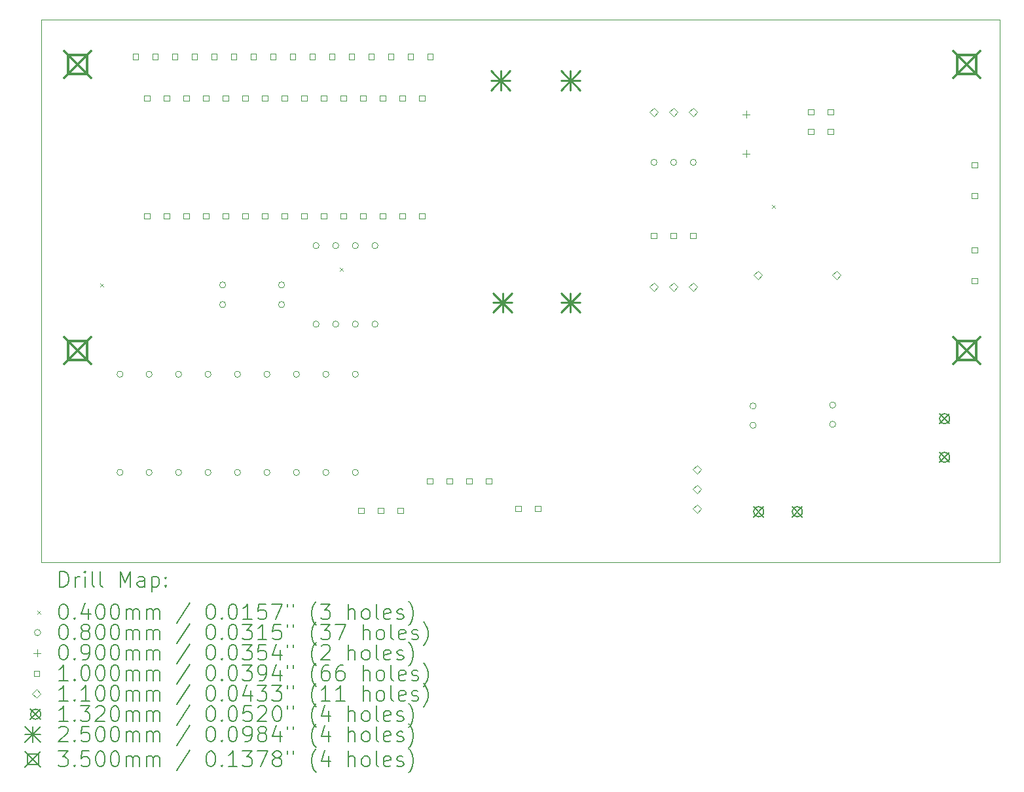
<source format=gbr>
%TF.GenerationSoftware,KiCad,Pcbnew,7.0.2*%
%TF.CreationDate,2023-05-13T16:56:26+02:00*%
%TF.ProjectId,pid_controller,7069645f-636f-46e7-9472-6f6c6c65722e,2.0*%
%TF.SameCoordinates,Original*%
%TF.FileFunction,Drillmap*%
%TF.FilePolarity,Positive*%
%FSLAX45Y45*%
G04 Gerber Fmt 4.5, Leading zero omitted, Abs format (unit mm)*
G04 Created by KiCad (PCBNEW 7.0.2) date 2023-05-13 16:56:26*
%MOMM*%
%LPD*%
G01*
G04 APERTURE LIST*
%ADD10C,0.100000*%
%ADD11C,0.200000*%
%ADD12C,0.040000*%
%ADD13C,0.080000*%
%ADD14C,0.090000*%
%ADD15C,0.110000*%
%ADD16C,0.132000*%
%ADD17C,0.250000*%
%ADD18C,0.350000*%
G04 APERTURE END LIST*
D10*
X7493000Y-6851650D02*
X19888200Y-6851650D01*
X19888200Y-13874750D01*
X7493000Y-13874750D01*
X7493000Y-6851650D01*
D11*
D12*
X8260400Y-10267000D02*
X8300400Y-10307000D01*
X8300400Y-10267000D02*
X8260400Y-10307000D01*
X11359200Y-10063800D02*
X11399200Y-10103800D01*
X11399200Y-10063800D02*
X11359200Y-10103800D01*
X16947200Y-9251000D02*
X16987200Y-9291000D01*
X16987200Y-9251000D02*
X16947200Y-9291000D01*
D13*
X8554000Y-11442300D02*
G75*
G03*
X8554000Y-11442300I-40000J0D01*
G01*
X8554000Y-12712300D02*
G75*
G03*
X8554000Y-12712300I-40000J0D01*
G01*
X8930000Y-11442300D02*
G75*
G03*
X8930000Y-11442300I-40000J0D01*
G01*
X8930000Y-12712300D02*
G75*
G03*
X8930000Y-12712300I-40000J0D01*
G01*
X9311000Y-11442300D02*
G75*
G03*
X9311000Y-11442300I-40000J0D01*
G01*
X9311000Y-12712300D02*
G75*
G03*
X9311000Y-12712300I-40000J0D01*
G01*
X9692000Y-11442300D02*
G75*
G03*
X9692000Y-11442300I-40000J0D01*
G01*
X9692000Y-12712300D02*
G75*
G03*
X9692000Y-12712300I-40000J0D01*
G01*
X9881500Y-10287500D02*
G75*
G03*
X9881500Y-10287500I-40000J0D01*
G01*
X9881500Y-10541500D02*
G75*
G03*
X9881500Y-10541500I-40000J0D01*
G01*
X10073000Y-11442300D02*
G75*
G03*
X10073000Y-11442300I-40000J0D01*
G01*
X10073000Y-12712300D02*
G75*
G03*
X10073000Y-12712300I-40000J0D01*
G01*
X10454000Y-11442300D02*
G75*
G03*
X10454000Y-11442300I-40000J0D01*
G01*
X10454000Y-12712300D02*
G75*
G03*
X10454000Y-12712300I-40000J0D01*
G01*
X10643500Y-10287500D02*
G75*
G03*
X10643500Y-10287500I-40000J0D01*
G01*
X10643500Y-10541500D02*
G75*
G03*
X10643500Y-10541500I-40000J0D01*
G01*
X10835000Y-11442300D02*
G75*
G03*
X10835000Y-11442300I-40000J0D01*
G01*
X10835000Y-12712300D02*
G75*
G03*
X10835000Y-12712300I-40000J0D01*
G01*
X11089000Y-9779000D02*
G75*
G03*
X11089000Y-9779000I-40000J0D01*
G01*
X11089000Y-10795000D02*
G75*
G03*
X11089000Y-10795000I-40000J0D01*
G01*
X11216000Y-11442300D02*
G75*
G03*
X11216000Y-11442300I-40000J0D01*
G01*
X11216000Y-12712300D02*
G75*
G03*
X11216000Y-12712300I-40000J0D01*
G01*
X11343000Y-9779000D02*
G75*
G03*
X11343000Y-9779000I-40000J0D01*
G01*
X11343000Y-10795000D02*
G75*
G03*
X11343000Y-10795000I-40000J0D01*
G01*
X11597000Y-9779000D02*
G75*
G03*
X11597000Y-9779000I-40000J0D01*
G01*
X11597000Y-10795000D02*
G75*
G03*
X11597000Y-10795000I-40000J0D01*
G01*
X11597000Y-11442300D02*
G75*
G03*
X11597000Y-11442300I-40000J0D01*
G01*
X11597000Y-12712300D02*
G75*
G03*
X11597000Y-12712300I-40000J0D01*
G01*
X11851000Y-9779000D02*
G75*
G03*
X11851000Y-9779000I-40000J0D01*
G01*
X11851000Y-10795000D02*
G75*
G03*
X11851000Y-10795000I-40000J0D01*
G01*
X15458800Y-8701300D02*
G75*
G03*
X15458800Y-8701300I-40000J0D01*
G01*
X15712800Y-8701300D02*
G75*
G03*
X15712800Y-8701300I-40000J0D01*
G01*
X15966800Y-8701300D02*
G75*
G03*
X15966800Y-8701300I-40000J0D01*
G01*
X16740500Y-11853100D02*
G75*
G03*
X16740500Y-11853100I-40000J0D01*
G01*
X16740500Y-12103100D02*
G75*
G03*
X16740500Y-12103100I-40000J0D01*
G01*
X17769200Y-11840400D02*
G75*
G03*
X17769200Y-11840400I-40000J0D01*
G01*
X17769200Y-12090400D02*
G75*
G03*
X17769200Y-12090400I-40000J0D01*
G01*
D14*
X16611600Y-8035100D02*
X16611600Y-8125100D01*
X16566600Y-8080100D02*
X16656600Y-8080100D01*
X16611600Y-8543100D02*
X16611600Y-8633100D01*
X16566600Y-8588100D02*
X16656600Y-8588100D01*
D10*
X8749356Y-7370606D02*
X8749356Y-7299894D01*
X8678644Y-7299894D01*
X8678644Y-7370606D01*
X8749356Y-7370606D01*
X8899956Y-7909356D02*
X8899956Y-7838644D01*
X8829244Y-7838644D01*
X8829244Y-7909356D01*
X8899956Y-7909356D01*
X8899956Y-9433356D02*
X8899956Y-9362644D01*
X8829244Y-9362644D01*
X8829244Y-9433356D01*
X8899956Y-9433356D01*
X9003356Y-7370606D02*
X9003356Y-7299894D01*
X8932644Y-7299894D01*
X8932644Y-7370606D01*
X9003356Y-7370606D01*
X9153956Y-7909356D02*
X9153956Y-7838644D01*
X9083244Y-7838644D01*
X9083244Y-7909356D01*
X9153956Y-7909356D01*
X9153956Y-9433356D02*
X9153956Y-9362644D01*
X9083244Y-9362644D01*
X9083244Y-9433356D01*
X9153956Y-9433356D01*
X9257356Y-7370606D02*
X9257356Y-7299894D01*
X9186644Y-7299894D01*
X9186644Y-7370606D01*
X9257356Y-7370606D01*
X9407956Y-7909356D02*
X9407956Y-7838644D01*
X9337244Y-7838644D01*
X9337244Y-7909356D01*
X9407956Y-7909356D01*
X9407956Y-9433356D02*
X9407956Y-9362644D01*
X9337244Y-9362644D01*
X9337244Y-9433356D01*
X9407956Y-9433356D01*
X9511356Y-7370606D02*
X9511356Y-7299894D01*
X9440644Y-7299894D01*
X9440644Y-7370606D01*
X9511356Y-7370606D01*
X9661956Y-7909356D02*
X9661956Y-7838644D01*
X9591244Y-7838644D01*
X9591244Y-7909356D01*
X9661956Y-7909356D01*
X9661956Y-9433356D02*
X9661956Y-9362644D01*
X9591244Y-9362644D01*
X9591244Y-9433356D01*
X9661956Y-9433356D01*
X9765356Y-7370606D02*
X9765356Y-7299894D01*
X9694644Y-7299894D01*
X9694644Y-7370606D01*
X9765356Y-7370606D01*
X9915956Y-7909356D02*
X9915956Y-7838644D01*
X9845244Y-7838644D01*
X9845244Y-7909356D01*
X9915956Y-7909356D01*
X9915956Y-9433356D02*
X9915956Y-9362644D01*
X9845244Y-9362644D01*
X9845244Y-9433356D01*
X9915956Y-9433356D01*
X10019356Y-7370606D02*
X10019356Y-7299894D01*
X9948644Y-7299894D01*
X9948644Y-7370606D01*
X10019356Y-7370606D01*
X10169956Y-7909356D02*
X10169956Y-7838644D01*
X10099244Y-7838644D01*
X10099244Y-7909356D01*
X10169956Y-7909356D01*
X10169956Y-9433356D02*
X10169956Y-9362644D01*
X10099244Y-9362644D01*
X10099244Y-9433356D01*
X10169956Y-9433356D01*
X10273356Y-7370606D02*
X10273356Y-7299894D01*
X10202644Y-7299894D01*
X10202644Y-7370606D01*
X10273356Y-7370606D01*
X10423956Y-7909356D02*
X10423956Y-7838644D01*
X10353244Y-7838644D01*
X10353244Y-7909356D01*
X10423956Y-7909356D01*
X10423956Y-9433356D02*
X10423956Y-9362644D01*
X10353244Y-9362644D01*
X10353244Y-9433356D01*
X10423956Y-9433356D01*
X10527356Y-7370606D02*
X10527356Y-7299894D01*
X10456644Y-7299894D01*
X10456644Y-7370606D01*
X10527356Y-7370606D01*
X10677956Y-7909356D02*
X10677956Y-7838644D01*
X10607244Y-7838644D01*
X10607244Y-7909356D01*
X10677956Y-7909356D01*
X10677956Y-9433356D02*
X10677956Y-9362644D01*
X10607244Y-9362644D01*
X10607244Y-9433356D01*
X10677956Y-9433356D01*
X10781356Y-7370606D02*
X10781356Y-7299894D01*
X10710644Y-7299894D01*
X10710644Y-7370606D01*
X10781356Y-7370606D01*
X10931956Y-7909356D02*
X10931956Y-7838644D01*
X10861244Y-7838644D01*
X10861244Y-7909356D01*
X10931956Y-7909356D01*
X10931956Y-9433356D02*
X10931956Y-9362644D01*
X10861244Y-9362644D01*
X10861244Y-9433356D01*
X10931956Y-9433356D01*
X11035356Y-7370606D02*
X11035356Y-7299894D01*
X10964644Y-7299894D01*
X10964644Y-7370606D01*
X11035356Y-7370606D01*
X11185956Y-7909356D02*
X11185956Y-7838644D01*
X11115244Y-7838644D01*
X11115244Y-7909356D01*
X11185956Y-7909356D01*
X11185956Y-9433356D02*
X11185956Y-9362644D01*
X11115244Y-9362644D01*
X11115244Y-9433356D01*
X11185956Y-9433356D01*
X11289356Y-7370606D02*
X11289356Y-7299894D01*
X11218644Y-7299894D01*
X11218644Y-7370606D01*
X11289356Y-7370606D01*
X11439956Y-7909356D02*
X11439956Y-7838644D01*
X11369244Y-7838644D01*
X11369244Y-7909356D01*
X11439956Y-7909356D01*
X11439956Y-9433356D02*
X11439956Y-9362644D01*
X11369244Y-9362644D01*
X11369244Y-9433356D01*
X11439956Y-9433356D01*
X11543356Y-7370606D02*
X11543356Y-7299894D01*
X11472644Y-7299894D01*
X11472644Y-7370606D01*
X11543356Y-7370606D01*
X11668556Y-13243356D02*
X11668556Y-13172644D01*
X11597844Y-13172644D01*
X11597844Y-13243356D01*
X11668556Y-13243356D01*
X11693956Y-7909356D02*
X11693956Y-7838644D01*
X11623244Y-7838644D01*
X11623244Y-7909356D01*
X11693956Y-7909356D01*
X11693956Y-9433356D02*
X11693956Y-9362644D01*
X11623244Y-9362644D01*
X11623244Y-9433356D01*
X11693956Y-9433356D01*
X11797356Y-7370606D02*
X11797356Y-7299894D01*
X11726644Y-7299894D01*
X11726644Y-7370606D01*
X11797356Y-7370606D01*
X11922556Y-13243356D02*
X11922556Y-13172644D01*
X11851844Y-13172644D01*
X11851844Y-13243356D01*
X11922556Y-13243356D01*
X11947956Y-7909356D02*
X11947956Y-7838644D01*
X11877244Y-7838644D01*
X11877244Y-7909356D01*
X11947956Y-7909356D01*
X11947956Y-9433356D02*
X11947956Y-9362644D01*
X11877244Y-9362644D01*
X11877244Y-9433356D01*
X11947956Y-9433356D01*
X12051356Y-7370606D02*
X12051356Y-7299894D01*
X11980644Y-7299894D01*
X11980644Y-7370606D01*
X12051356Y-7370606D01*
X12176556Y-13243356D02*
X12176556Y-13172644D01*
X12105844Y-13172644D01*
X12105844Y-13243356D01*
X12176556Y-13243356D01*
X12201956Y-7909356D02*
X12201956Y-7838644D01*
X12131244Y-7838644D01*
X12131244Y-7909356D01*
X12201956Y-7909356D01*
X12201956Y-9433356D02*
X12201956Y-9362644D01*
X12131244Y-9362644D01*
X12131244Y-9433356D01*
X12201956Y-9433356D01*
X12305356Y-7370606D02*
X12305356Y-7299894D01*
X12234644Y-7299894D01*
X12234644Y-7370606D01*
X12305356Y-7370606D01*
X12455956Y-7909356D02*
X12455956Y-7838644D01*
X12385244Y-7838644D01*
X12385244Y-7909356D01*
X12455956Y-7909356D01*
X12455956Y-9433356D02*
X12455956Y-9362644D01*
X12385244Y-9362644D01*
X12385244Y-9433356D01*
X12455956Y-9433356D01*
X12557556Y-12862356D02*
X12557556Y-12791644D01*
X12486844Y-12791644D01*
X12486844Y-12862356D01*
X12557556Y-12862356D01*
X12559356Y-7370606D02*
X12559356Y-7299894D01*
X12488644Y-7299894D01*
X12488644Y-7370606D01*
X12559356Y-7370606D01*
X12811556Y-12862356D02*
X12811556Y-12791644D01*
X12740844Y-12791644D01*
X12740844Y-12862356D01*
X12811556Y-12862356D01*
X13065556Y-12862356D02*
X13065556Y-12791644D01*
X12994844Y-12791644D01*
X12994844Y-12862356D01*
X13065556Y-12862356D01*
X13319556Y-12862356D02*
X13319556Y-12791644D01*
X13248844Y-12791644D01*
X13248844Y-12862356D01*
X13319556Y-12862356D01*
X13700556Y-13217956D02*
X13700556Y-13147244D01*
X13629844Y-13147244D01*
X13629844Y-13217956D01*
X13700556Y-13217956D01*
X13954556Y-13217956D02*
X13954556Y-13147244D01*
X13883844Y-13147244D01*
X13883844Y-13217956D01*
X13954556Y-13217956D01*
X15453156Y-9687356D02*
X15453156Y-9616644D01*
X15382444Y-9616644D01*
X15382444Y-9687356D01*
X15453156Y-9687356D01*
X15707156Y-9687356D02*
X15707156Y-9616644D01*
X15636444Y-9616644D01*
X15636444Y-9687356D01*
X15707156Y-9687356D01*
X15961156Y-9687356D02*
X15961156Y-9616644D01*
X15890444Y-9616644D01*
X15890444Y-9687356D01*
X15961156Y-9687356D01*
X17485156Y-8087156D02*
X17485156Y-8016444D01*
X17414444Y-8016444D01*
X17414444Y-8087156D01*
X17485156Y-8087156D01*
X17485156Y-8341156D02*
X17485156Y-8270444D01*
X17414444Y-8270444D01*
X17414444Y-8341156D01*
X17485156Y-8341156D01*
X17739156Y-8087156D02*
X17739156Y-8016444D01*
X17668444Y-8016444D01*
X17668444Y-8087156D01*
X17739156Y-8087156D01*
X17739156Y-8341156D02*
X17739156Y-8270444D01*
X17668444Y-8270444D01*
X17668444Y-8341156D01*
X17739156Y-8341156D01*
X19601356Y-8770606D02*
X19601356Y-8699894D01*
X19530644Y-8699894D01*
X19530644Y-8770606D01*
X19601356Y-8770606D01*
X19601356Y-9170606D02*
X19601356Y-9099894D01*
X19530644Y-9099894D01*
X19530644Y-9170606D01*
X19601356Y-9170606D01*
X19601356Y-9870606D02*
X19601356Y-9799894D01*
X19530644Y-9799894D01*
X19530644Y-9870606D01*
X19601356Y-9870606D01*
X19601356Y-10270606D02*
X19601356Y-10199894D01*
X19530644Y-10199894D01*
X19530644Y-10270606D01*
X19601356Y-10270606D01*
D15*
X15417800Y-8106800D02*
X15472800Y-8051800D01*
X15417800Y-7996800D01*
X15362800Y-8051800D01*
X15417800Y-8106800D01*
X15417800Y-10367400D02*
X15472800Y-10312400D01*
X15417800Y-10257400D01*
X15362800Y-10312400D01*
X15417800Y-10367400D01*
X15671800Y-8106800D02*
X15726800Y-8051800D01*
X15671800Y-7996800D01*
X15616800Y-8051800D01*
X15671800Y-8106800D01*
X15671800Y-10367400D02*
X15726800Y-10312400D01*
X15671800Y-10257400D01*
X15616800Y-10312400D01*
X15671800Y-10367400D01*
X15925800Y-8106800D02*
X15980800Y-8051800D01*
X15925800Y-7996800D01*
X15870800Y-8051800D01*
X15925800Y-8106800D01*
X15925800Y-10367400D02*
X15980800Y-10312400D01*
X15925800Y-10257400D01*
X15870800Y-10312400D01*
X15925800Y-10367400D01*
X15976600Y-12729600D02*
X16031600Y-12674600D01*
X15976600Y-12619600D01*
X15921600Y-12674600D01*
X15976600Y-12729600D01*
X15976600Y-12983600D02*
X16031600Y-12928600D01*
X15976600Y-12873600D01*
X15921600Y-12928600D01*
X15976600Y-12983600D01*
X15976600Y-13237600D02*
X16031600Y-13182600D01*
X15976600Y-13127600D01*
X15921600Y-13182600D01*
X15976600Y-13237600D01*
X16764000Y-10215000D02*
X16819000Y-10160000D01*
X16764000Y-10105000D01*
X16709000Y-10160000D01*
X16764000Y-10215000D01*
X17780000Y-10215000D02*
X17835000Y-10160000D01*
X17780000Y-10105000D01*
X17725000Y-10160000D01*
X17780000Y-10215000D01*
D16*
X16706000Y-13154700D02*
X16838000Y-13286700D01*
X16838000Y-13154700D02*
X16706000Y-13286700D01*
X16838000Y-13220700D02*
G75*
G03*
X16838000Y-13220700I-66000J0D01*
G01*
X17206000Y-13154700D02*
X17338000Y-13286700D01*
X17338000Y-13154700D02*
X17206000Y-13286700D01*
X17338000Y-13220700D02*
G75*
G03*
X17338000Y-13220700I-66000J0D01*
G01*
X19111000Y-11951100D02*
X19243000Y-12083100D01*
X19243000Y-11951100D02*
X19111000Y-12083100D01*
X19243000Y-12017100D02*
G75*
G03*
X19243000Y-12017100I-66000J0D01*
G01*
X19111000Y-12451100D02*
X19243000Y-12583100D01*
X19243000Y-12451100D02*
X19111000Y-12583100D01*
X19243000Y-12517100D02*
G75*
G03*
X19243000Y-12517100I-66000J0D01*
G01*
D17*
X13311600Y-7517400D02*
X13561600Y-7767400D01*
X13561600Y-7517400D02*
X13311600Y-7767400D01*
X13436600Y-7517400D02*
X13436600Y-7767400D01*
X13311600Y-7642400D02*
X13561600Y-7642400D01*
X13337000Y-10390600D02*
X13587000Y-10640600D01*
X13587000Y-10390600D02*
X13337000Y-10640600D01*
X13462000Y-10390600D02*
X13462000Y-10640600D01*
X13337000Y-10515600D02*
X13587000Y-10515600D01*
X14215000Y-7517400D02*
X14465000Y-7767400D01*
X14465000Y-7517400D02*
X14215000Y-7767400D01*
X14340000Y-7517400D02*
X14340000Y-7767400D01*
X14215000Y-7642400D02*
X14465000Y-7642400D01*
X14215000Y-10390600D02*
X14465000Y-10640600D01*
X14465000Y-10390600D02*
X14215000Y-10640600D01*
X14340000Y-10390600D02*
X14340000Y-10640600D01*
X14215000Y-10515600D02*
X14465000Y-10515600D01*
D18*
X7791000Y-7260250D02*
X8141000Y-7610250D01*
X8141000Y-7260250D02*
X7791000Y-7610250D01*
X8089745Y-7558995D02*
X8089745Y-7311505D01*
X7842255Y-7311505D01*
X7842255Y-7558995D01*
X8089745Y-7558995D01*
X7791000Y-10960250D02*
X8141000Y-11310250D01*
X8141000Y-10960250D02*
X7791000Y-11310250D01*
X8089745Y-11258995D02*
X8089745Y-11011505D01*
X7842255Y-11011505D01*
X7842255Y-11258995D01*
X8089745Y-11258995D01*
X19291000Y-7260250D02*
X19641000Y-7610250D01*
X19641000Y-7260250D02*
X19291000Y-7610250D01*
X19589745Y-7558995D02*
X19589745Y-7311505D01*
X19342255Y-7311505D01*
X19342255Y-7558995D01*
X19589745Y-7558995D01*
X19291000Y-10960250D02*
X19641000Y-11310250D01*
X19641000Y-10960250D02*
X19291000Y-11310250D01*
X19589745Y-11258995D02*
X19589745Y-11011505D01*
X19342255Y-11011505D01*
X19342255Y-11258995D01*
X19589745Y-11258995D01*
D11*
X7735619Y-14192274D02*
X7735619Y-13992274D01*
X7735619Y-13992274D02*
X7783238Y-13992274D01*
X7783238Y-13992274D02*
X7811809Y-14001798D01*
X7811809Y-14001798D02*
X7830857Y-14020845D01*
X7830857Y-14020845D02*
X7840381Y-14039893D01*
X7840381Y-14039893D02*
X7849905Y-14077988D01*
X7849905Y-14077988D02*
X7849905Y-14106559D01*
X7849905Y-14106559D02*
X7840381Y-14144655D01*
X7840381Y-14144655D02*
X7830857Y-14163702D01*
X7830857Y-14163702D02*
X7811809Y-14182750D01*
X7811809Y-14182750D02*
X7783238Y-14192274D01*
X7783238Y-14192274D02*
X7735619Y-14192274D01*
X7935619Y-14192274D02*
X7935619Y-14058940D01*
X7935619Y-14097036D02*
X7945143Y-14077988D01*
X7945143Y-14077988D02*
X7954667Y-14068464D01*
X7954667Y-14068464D02*
X7973714Y-14058940D01*
X7973714Y-14058940D02*
X7992762Y-14058940D01*
X8059428Y-14192274D02*
X8059428Y-14058940D01*
X8059428Y-13992274D02*
X8049905Y-14001798D01*
X8049905Y-14001798D02*
X8059428Y-14011321D01*
X8059428Y-14011321D02*
X8068952Y-14001798D01*
X8068952Y-14001798D02*
X8059428Y-13992274D01*
X8059428Y-13992274D02*
X8059428Y-14011321D01*
X8183238Y-14192274D02*
X8164190Y-14182750D01*
X8164190Y-14182750D02*
X8154667Y-14163702D01*
X8154667Y-14163702D02*
X8154667Y-13992274D01*
X8288000Y-14192274D02*
X8268952Y-14182750D01*
X8268952Y-14182750D02*
X8259428Y-14163702D01*
X8259428Y-14163702D02*
X8259428Y-13992274D01*
X8516571Y-14192274D02*
X8516571Y-13992274D01*
X8516571Y-13992274D02*
X8583238Y-14135131D01*
X8583238Y-14135131D02*
X8649905Y-13992274D01*
X8649905Y-13992274D02*
X8649905Y-14192274D01*
X8830857Y-14192274D02*
X8830857Y-14087512D01*
X8830857Y-14087512D02*
X8821333Y-14068464D01*
X8821333Y-14068464D02*
X8802286Y-14058940D01*
X8802286Y-14058940D02*
X8764190Y-14058940D01*
X8764190Y-14058940D02*
X8745143Y-14068464D01*
X8830857Y-14182750D02*
X8811810Y-14192274D01*
X8811810Y-14192274D02*
X8764190Y-14192274D01*
X8764190Y-14192274D02*
X8745143Y-14182750D01*
X8745143Y-14182750D02*
X8735619Y-14163702D01*
X8735619Y-14163702D02*
X8735619Y-14144655D01*
X8735619Y-14144655D02*
X8745143Y-14125607D01*
X8745143Y-14125607D02*
X8764190Y-14116083D01*
X8764190Y-14116083D02*
X8811810Y-14116083D01*
X8811810Y-14116083D02*
X8830857Y-14106559D01*
X8926095Y-14058940D02*
X8926095Y-14258940D01*
X8926095Y-14068464D02*
X8945143Y-14058940D01*
X8945143Y-14058940D02*
X8983238Y-14058940D01*
X8983238Y-14058940D02*
X9002286Y-14068464D01*
X9002286Y-14068464D02*
X9011810Y-14077988D01*
X9011810Y-14077988D02*
X9021333Y-14097036D01*
X9021333Y-14097036D02*
X9021333Y-14154178D01*
X9021333Y-14154178D02*
X9011810Y-14173226D01*
X9011810Y-14173226D02*
X9002286Y-14182750D01*
X9002286Y-14182750D02*
X8983238Y-14192274D01*
X8983238Y-14192274D02*
X8945143Y-14192274D01*
X8945143Y-14192274D02*
X8926095Y-14182750D01*
X9107048Y-14173226D02*
X9116571Y-14182750D01*
X9116571Y-14182750D02*
X9107048Y-14192274D01*
X9107048Y-14192274D02*
X9097524Y-14182750D01*
X9097524Y-14182750D02*
X9107048Y-14173226D01*
X9107048Y-14173226D02*
X9107048Y-14192274D01*
X9107048Y-14068464D02*
X9116571Y-14077988D01*
X9116571Y-14077988D02*
X9107048Y-14087512D01*
X9107048Y-14087512D02*
X9097524Y-14077988D01*
X9097524Y-14077988D02*
X9107048Y-14068464D01*
X9107048Y-14068464D02*
X9107048Y-14087512D01*
D12*
X7448000Y-14499750D02*
X7488000Y-14539750D01*
X7488000Y-14499750D02*
X7448000Y-14539750D01*
D11*
X7773714Y-14412274D02*
X7792762Y-14412274D01*
X7792762Y-14412274D02*
X7811809Y-14421798D01*
X7811809Y-14421798D02*
X7821333Y-14431321D01*
X7821333Y-14431321D02*
X7830857Y-14450369D01*
X7830857Y-14450369D02*
X7840381Y-14488464D01*
X7840381Y-14488464D02*
X7840381Y-14536083D01*
X7840381Y-14536083D02*
X7830857Y-14574178D01*
X7830857Y-14574178D02*
X7821333Y-14593226D01*
X7821333Y-14593226D02*
X7811809Y-14602750D01*
X7811809Y-14602750D02*
X7792762Y-14612274D01*
X7792762Y-14612274D02*
X7773714Y-14612274D01*
X7773714Y-14612274D02*
X7754667Y-14602750D01*
X7754667Y-14602750D02*
X7745143Y-14593226D01*
X7745143Y-14593226D02*
X7735619Y-14574178D01*
X7735619Y-14574178D02*
X7726095Y-14536083D01*
X7726095Y-14536083D02*
X7726095Y-14488464D01*
X7726095Y-14488464D02*
X7735619Y-14450369D01*
X7735619Y-14450369D02*
X7745143Y-14431321D01*
X7745143Y-14431321D02*
X7754667Y-14421798D01*
X7754667Y-14421798D02*
X7773714Y-14412274D01*
X7926095Y-14593226D02*
X7935619Y-14602750D01*
X7935619Y-14602750D02*
X7926095Y-14612274D01*
X7926095Y-14612274D02*
X7916571Y-14602750D01*
X7916571Y-14602750D02*
X7926095Y-14593226D01*
X7926095Y-14593226D02*
X7926095Y-14612274D01*
X8107048Y-14478940D02*
X8107048Y-14612274D01*
X8059428Y-14402750D02*
X8011809Y-14545607D01*
X8011809Y-14545607D02*
X8135619Y-14545607D01*
X8249905Y-14412274D02*
X8268952Y-14412274D01*
X8268952Y-14412274D02*
X8288000Y-14421798D01*
X8288000Y-14421798D02*
X8297524Y-14431321D01*
X8297524Y-14431321D02*
X8307048Y-14450369D01*
X8307048Y-14450369D02*
X8316571Y-14488464D01*
X8316571Y-14488464D02*
X8316571Y-14536083D01*
X8316571Y-14536083D02*
X8307048Y-14574178D01*
X8307048Y-14574178D02*
X8297524Y-14593226D01*
X8297524Y-14593226D02*
X8288000Y-14602750D01*
X8288000Y-14602750D02*
X8268952Y-14612274D01*
X8268952Y-14612274D02*
X8249905Y-14612274D01*
X8249905Y-14612274D02*
X8230857Y-14602750D01*
X8230857Y-14602750D02*
X8221333Y-14593226D01*
X8221333Y-14593226D02*
X8211809Y-14574178D01*
X8211809Y-14574178D02*
X8202286Y-14536083D01*
X8202286Y-14536083D02*
X8202286Y-14488464D01*
X8202286Y-14488464D02*
X8211809Y-14450369D01*
X8211809Y-14450369D02*
X8221333Y-14431321D01*
X8221333Y-14431321D02*
X8230857Y-14421798D01*
X8230857Y-14421798D02*
X8249905Y-14412274D01*
X8440381Y-14412274D02*
X8459429Y-14412274D01*
X8459429Y-14412274D02*
X8478476Y-14421798D01*
X8478476Y-14421798D02*
X8488000Y-14431321D01*
X8488000Y-14431321D02*
X8497524Y-14450369D01*
X8497524Y-14450369D02*
X8507048Y-14488464D01*
X8507048Y-14488464D02*
X8507048Y-14536083D01*
X8507048Y-14536083D02*
X8497524Y-14574178D01*
X8497524Y-14574178D02*
X8488000Y-14593226D01*
X8488000Y-14593226D02*
X8478476Y-14602750D01*
X8478476Y-14602750D02*
X8459429Y-14612274D01*
X8459429Y-14612274D02*
X8440381Y-14612274D01*
X8440381Y-14612274D02*
X8421333Y-14602750D01*
X8421333Y-14602750D02*
X8411810Y-14593226D01*
X8411810Y-14593226D02*
X8402286Y-14574178D01*
X8402286Y-14574178D02*
X8392762Y-14536083D01*
X8392762Y-14536083D02*
X8392762Y-14488464D01*
X8392762Y-14488464D02*
X8402286Y-14450369D01*
X8402286Y-14450369D02*
X8411810Y-14431321D01*
X8411810Y-14431321D02*
X8421333Y-14421798D01*
X8421333Y-14421798D02*
X8440381Y-14412274D01*
X8592762Y-14612274D02*
X8592762Y-14478940D01*
X8592762Y-14497988D02*
X8602286Y-14488464D01*
X8602286Y-14488464D02*
X8621333Y-14478940D01*
X8621333Y-14478940D02*
X8649905Y-14478940D01*
X8649905Y-14478940D02*
X8668952Y-14488464D01*
X8668952Y-14488464D02*
X8678476Y-14507512D01*
X8678476Y-14507512D02*
X8678476Y-14612274D01*
X8678476Y-14507512D02*
X8688000Y-14488464D01*
X8688000Y-14488464D02*
X8707048Y-14478940D01*
X8707048Y-14478940D02*
X8735619Y-14478940D01*
X8735619Y-14478940D02*
X8754667Y-14488464D01*
X8754667Y-14488464D02*
X8764191Y-14507512D01*
X8764191Y-14507512D02*
X8764191Y-14612274D01*
X8859429Y-14612274D02*
X8859429Y-14478940D01*
X8859429Y-14497988D02*
X8868952Y-14488464D01*
X8868952Y-14488464D02*
X8888000Y-14478940D01*
X8888000Y-14478940D02*
X8916572Y-14478940D01*
X8916572Y-14478940D02*
X8935619Y-14488464D01*
X8935619Y-14488464D02*
X8945143Y-14507512D01*
X8945143Y-14507512D02*
X8945143Y-14612274D01*
X8945143Y-14507512D02*
X8954667Y-14488464D01*
X8954667Y-14488464D02*
X8973714Y-14478940D01*
X8973714Y-14478940D02*
X9002286Y-14478940D01*
X9002286Y-14478940D02*
X9021333Y-14488464D01*
X9021333Y-14488464D02*
X9030857Y-14507512D01*
X9030857Y-14507512D02*
X9030857Y-14612274D01*
X9421333Y-14402750D02*
X9249905Y-14659893D01*
X9678476Y-14412274D02*
X9697524Y-14412274D01*
X9697524Y-14412274D02*
X9716572Y-14421798D01*
X9716572Y-14421798D02*
X9726095Y-14431321D01*
X9726095Y-14431321D02*
X9735619Y-14450369D01*
X9735619Y-14450369D02*
X9745143Y-14488464D01*
X9745143Y-14488464D02*
X9745143Y-14536083D01*
X9745143Y-14536083D02*
X9735619Y-14574178D01*
X9735619Y-14574178D02*
X9726095Y-14593226D01*
X9726095Y-14593226D02*
X9716572Y-14602750D01*
X9716572Y-14602750D02*
X9697524Y-14612274D01*
X9697524Y-14612274D02*
X9678476Y-14612274D01*
X9678476Y-14612274D02*
X9659429Y-14602750D01*
X9659429Y-14602750D02*
X9649905Y-14593226D01*
X9649905Y-14593226D02*
X9640381Y-14574178D01*
X9640381Y-14574178D02*
X9630857Y-14536083D01*
X9630857Y-14536083D02*
X9630857Y-14488464D01*
X9630857Y-14488464D02*
X9640381Y-14450369D01*
X9640381Y-14450369D02*
X9649905Y-14431321D01*
X9649905Y-14431321D02*
X9659429Y-14421798D01*
X9659429Y-14421798D02*
X9678476Y-14412274D01*
X9830857Y-14593226D02*
X9840381Y-14602750D01*
X9840381Y-14602750D02*
X9830857Y-14612274D01*
X9830857Y-14612274D02*
X9821334Y-14602750D01*
X9821334Y-14602750D02*
X9830857Y-14593226D01*
X9830857Y-14593226D02*
X9830857Y-14612274D01*
X9964191Y-14412274D02*
X9983238Y-14412274D01*
X9983238Y-14412274D02*
X10002286Y-14421798D01*
X10002286Y-14421798D02*
X10011810Y-14431321D01*
X10011810Y-14431321D02*
X10021334Y-14450369D01*
X10021334Y-14450369D02*
X10030857Y-14488464D01*
X10030857Y-14488464D02*
X10030857Y-14536083D01*
X10030857Y-14536083D02*
X10021334Y-14574178D01*
X10021334Y-14574178D02*
X10011810Y-14593226D01*
X10011810Y-14593226D02*
X10002286Y-14602750D01*
X10002286Y-14602750D02*
X9983238Y-14612274D01*
X9983238Y-14612274D02*
X9964191Y-14612274D01*
X9964191Y-14612274D02*
X9945143Y-14602750D01*
X9945143Y-14602750D02*
X9935619Y-14593226D01*
X9935619Y-14593226D02*
X9926095Y-14574178D01*
X9926095Y-14574178D02*
X9916572Y-14536083D01*
X9916572Y-14536083D02*
X9916572Y-14488464D01*
X9916572Y-14488464D02*
X9926095Y-14450369D01*
X9926095Y-14450369D02*
X9935619Y-14431321D01*
X9935619Y-14431321D02*
X9945143Y-14421798D01*
X9945143Y-14421798D02*
X9964191Y-14412274D01*
X10221334Y-14612274D02*
X10107048Y-14612274D01*
X10164191Y-14612274D02*
X10164191Y-14412274D01*
X10164191Y-14412274D02*
X10145143Y-14440845D01*
X10145143Y-14440845D02*
X10126095Y-14459893D01*
X10126095Y-14459893D02*
X10107048Y-14469417D01*
X10402286Y-14412274D02*
X10307048Y-14412274D01*
X10307048Y-14412274D02*
X10297524Y-14507512D01*
X10297524Y-14507512D02*
X10307048Y-14497988D01*
X10307048Y-14497988D02*
X10326095Y-14488464D01*
X10326095Y-14488464D02*
X10373715Y-14488464D01*
X10373715Y-14488464D02*
X10392762Y-14497988D01*
X10392762Y-14497988D02*
X10402286Y-14507512D01*
X10402286Y-14507512D02*
X10411810Y-14526559D01*
X10411810Y-14526559D02*
X10411810Y-14574178D01*
X10411810Y-14574178D02*
X10402286Y-14593226D01*
X10402286Y-14593226D02*
X10392762Y-14602750D01*
X10392762Y-14602750D02*
X10373715Y-14612274D01*
X10373715Y-14612274D02*
X10326095Y-14612274D01*
X10326095Y-14612274D02*
X10307048Y-14602750D01*
X10307048Y-14602750D02*
X10297524Y-14593226D01*
X10478476Y-14412274D02*
X10611810Y-14412274D01*
X10611810Y-14412274D02*
X10526095Y-14612274D01*
X10678476Y-14412274D02*
X10678476Y-14450369D01*
X10754667Y-14412274D02*
X10754667Y-14450369D01*
X11049905Y-14688464D02*
X11040381Y-14678940D01*
X11040381Y-14678940D02*
X11021334Y-14650369D01*
X11021334Y-14650369D02*
X11011810Y-14631321D01*
X11011810Y-14631321D02*
X11002286Y-14602750D01*
X11002286Y-14602750D02*
X10992762Y-14555131D01*
X10992762Y-14555131D02*
X10992762Y-14517036D01*
X10992762Y-14517036D02*
X11002286Y-14469417D01*
X11002286Y-14469417D02*
X11011810Y-14440845D01*
X11011810Y-14440845D02*
X11021334Y-14421798D01*
X11021334Y-14421798D02*
X11040381Y-14393226D01*
X11040381Y-14393226D02*
X11049905Y-14383702D01*
X11107048Y-14412274D02*
X11230857Y-14412274D01*
X11230857Y-14412274D02*
X11164191Y-14488464D01*
X11164191Y-14488464D02*
X11192762Y-14488464D01*
X11192762Y-14488464D02*
X11211810Y-14497988D01*
X11211810Y-14497988D02*
X11221334Y-14507512D01*
X11221334Y-14507512D02*
X11230857Y-14526559D01*
X11230857Y-14526559D02*
X11230857Y-14574178D01*
X11230857Y-14574178D02*
X11221334Y-14593226D01*
X11221334Y-14593226D02*
X11211810Y-14602750D01*
X11211810Y-14602750D02*
X11192762Y-14612274D01*
X11192762Y-14612274D02*
X11135619Y-14612274D01*
X11135619Y-14612274D02*
X11116572Y-14602750D01*
X11116572Y-14602750D02*
X11107048Y-14593226D01*
X11468953Y-14612274D02*
X11468953Y-14412274D01*
X11554667Y-14612274D02*
X11554667Y-14507512D01*
X11554667Y-14507512D02*
X11545143Y-14488464D01*
X11545143Y-14488464D02*
X11526096Y-14478940D01*
X11526096Y-14478940D02*
X11497524Y-14478940D01*
X11497524Y-14478940D02*
X11478476Y-14488464D01*
X11478476Y-14488464D02*
X11468953Y-14497988D01*
X11678476Y-14612274D02*
X11659429Y-14602750D01*
X11659429Y-14602750D02*
X11649905Y-14593226D01*
X11649905Y-14593226D02*
X11640381Y-14574178D01*
X11640381Y-14574178D02*
X11640381Y-14517036D01*
X11640381Y-14517036D02*
X11649905Y-14497988D01*
X11649905Y-14497988D02*
X11659429Y-14488464D01*
X11659429Y-14488464D02*
X11678476Y-14478940D01*
X11678476Y-14478940D02*
X11707048Y-14478940D01*
X11707048Y-14478940D02*
X11726096Y-14488464D01*
X11726096Y-14488464D02*
X11735619Y-14497988D01*
X11735619Y-14497988D02*
X11745143Y-14517036D01*
X11745143Y-14517036D02*
X11745143Y-14574178D01*
X11745143Y-14574178D02*
X11735619Y-14593226D01*
X11735619Y-14593226D02*
X11726096Y-14602750D01*
X11726096Y-14602750D02*
X11707048Y-14612274D01*
X11707048Y-14612274D02*
X11678476Y-14612274D01*
X11859429Y-14612274D02*
X11840381Y-14602750D01*
X11840381Y-14602750D02*
X11830857Y-14583702D01*
X11830857Y-14583702D02*
X11830857Y-14412274D01*
X12011810Y-14602750D02*
X11992762Y-14612274D01*
X11992762Y-14612274D02*
X11954667Y-14612274D01*
X11954667Y-14612274D02*
X11935619Y-14602750D01*
X11935619Y-14602750D02*
X11926096Y-14583702D01*
X11926096Y-14583702D02*
X11926096Y-14507512D01*
X11926096Y-14507512D02*
X11935619Y-14488464D01*
X11935619Y-14488464D02*
X11954667Y-14478940D01*
X11954667Y-14478940D02*
X11992762Y-14478940D01*
X11992762Y-14478940D02*
X12011810Y-14488464D01*
X12011810Y-14488464D02*
X12021334Y-14507512D01*
X12021334Y-14507512D02*
X12021334Y-14526559D01*
X12021334Y-14526559D02*
X11926096Y-14545607D01*
X12097524Y-14602750D02*
X12116572Y-14612274D01*
X12116572Y-14612274D02*
X12154667Y-14612274D01*
X12154667Y-14612274D02*
X12173715Y-14602750D01*
X12173715Y-14602750D02*
X12183238Y-14583702D01*
X12183238Y-14583702D02*
X12183238Y-14574178D01*
X12183238Y-14574178D02*
X12173715Y-14555131D01*
X12173715Y-14555131D02*
X12154667Y-14545607D01*
X12154667Y-14545607D02*
X12126096Y-14545607D01*
X12126096Y-14545607D02*
X12107048Y-14536083D01*
X12107048Y-14536083D02*
X12097524Y-14517036D01*
X12097524Y-14517036D02*
X12097524Y-14507512D01*
X12097524Y-14507512D02*
X12107048Y-14488464D01*
X12107048Y-14488464D02*
X12126096Y-14478940D01*
X12126096Y-14478940D02*
X12154667Y-14478940D01*
X12154667Y-14478940D02*
X12173715Y-14488464D01*
X12249905Y-14688464D02*
X12259429Y-14678940D01*
X12259429Y-14678940D02*
X12278477Y-14650369D01*
X12278477Y-14650369D02*
X12288000Y-14631321D01*
X12288000Y-14631321D02*
X12297524Y-14602750D01*
X12297524Y-14602750D02*
X12307048Y-14555131D01*
X12307048Y-14555131D02*
X12307048Y-14517036D01*
X12307048Y-14517036D02*
X12297524Y-14469417D01*
X12297524Y-14469417D02*
X12288000Y-14440845D01*
X12288000Y-14440845D02*
X12278477Y-14421798D01*
X12278477Y-14421798D02*
X12259429Y-14393226D01*
X12259429Y-14393226D02*
X12249905Y-14383702D01*
D13*
X7488000Y-14783750D02*
G75*
G03*
X7488000Y-14783750I-40000J0D01*
G01*
D11*
X7773714Y-14676274D02*
X7792762Y-14676274D01*
X7792762Y-14676274D02*
X7811809Y-14685798D01*
X7811809Y-14685798D02*
X7821333Y-14695321D01*
X7821333Y-14695321D02*
X7830857Y-14714369D01*
X7830857Y-14714369D02*
X7840381Y-14752464D01*
X7840381Y-14752464D02*
X7840381Y-14800083D01*
X7840381Y-14800083D02*
X7830857Y-14838178D01*
X7830857Y-14838178D02*
X7821333Y-14857226D01*
X7821333Y-14857226D02*
X7811809Y-14866750D01*
X7811809Y-14866750D02*
X7792762Y-14876274D01*
X7792762Y-14876274D02*
X7773714Y-14876274D01*
X7773714Y-14876274D02*
X7754667Y-14866750D01*
X7754667Y-14866750D02*
X7745143Y-14857226D01*
X7745143Y-14857226D02*
X7735619Y-14838178D01*
X7735619Y-14838178D02*
X7726095Y-14800083D01*
X7726095Y-14800083D02*
X7726095Y-14752464D01*
X7726095Y-14752464D02*
X7735619Y-14714369D01*
X7735619Y-14714369D02*
X7745143Y-14695321D01*
X7745143Y-14695321D02*
X7754667Y-14685798D01*
X7754667Y-14685798D02*
X7773714Y-14676274D01*
X7926095Y-14857226D02*
X7935619Y-14866750D01*
X7935619Y-14866750D02*
X7926095Y-14876274D01*
X7926095Y-14876274D02*
X7916571Y-14866750D01*
X7916571Y-14866750D02*
X7926095Y-14857226D01*
X7926095Y-14857226D02*
X7926095Y-14876274D01*
X8049905Y-14761988D02*
X8030857Y-14752464D01*
X8030857Y-14752464D02*
X8021333Y-14742940D01*
X8021333Y-14742940D02*
X8011809Y-14723893D01*
X8011809Y-14723893D02*
X8011809Y-14714369D01*
X8011809Y-14714369D02*
X8021333Y-14695321D01*
X8021333Y-14695321D02*
X8030857Y-14685798D01*
X8030857Y-14685798D02*
X8049905Y-14676274D01*
X8049905Y-14676274D02*
X8088000Y-14676274D01*
X8088000Y-14676274D02*
X8107048Y-14685798D01*
X8107048Y-14685798D02*
X8116571Y-14695321D01*
X8116571Y-14695321D02*
X8126095Y-14714369D01*
X8126095Y-14714369D02*
X8126095Y-14723893D01*
X8126095Y-14723893D02*
X8116571Y-14742940D01*
X8116571Y-14742940D02*
X8107048Y-14752464D01*
X8107048Y-14752464D02*
X8088000Y-14761988D01*
X8088000Y-14761988D02*
X8049905Y-14761988D01*
X8049905Y-14761988D02*
X8030857Y-14771512D01*
X8030857Y-14771512D02*
X8021333Y-14781036D01*
X8021333Y-14781036D02*
X8011809Y-14800083D01*
X8011809Y-14800083D02*
X8011809Y-14838178D01*
X8011809Y-14838178D02*
X8021333Y-14857226D01*
X8021333Y-14857226D02*
X8030857Y-14866750D01*
X8030857Y-14866750D02*
X8049905Y-14876274D01*
X8049905Y-14876274D02*
X8088000Y-14876274D01*
X8088000Y-14876274D02*
X8107048Y-14866750D01*
X8107048Y-14866750D02*
X8116571Y-14857226D01*
X8116571Y-14857226D02*
X8126095Y-14838178D01*
X8126095Y-14838178D02*
X8126095Y-14800083D01*
X8126095Y-14800083D02*
X8116571Y-14781036D01*
X8116571Y-14781036D02*
X8107048Y-14771512D01*
X8107048Y-14771512D02*
X8088000Y-14761988D01*
X8249905Y-14676274D02*
X8268952Y-14676274D01*
X8268952Y-14676274D02*
X8288000Y-14685798D01*
X8288000Y-14685798D02*
X8297524Y-14695321D01*
X8297524Y-14695321D02*
X8307048Y-14714369D01*
X8307048Y-14714369D02*
X8316571Y-14752464D01*
X8316571Y-14752464D02*
X8316571Y-14800083D01*
X8316571Y-14800083D02*
X8307048Y-14838178D01*
X8307048Y-14838178D02*
X8297524Y-14857226D01*
X8297524Y-14857226D02*
X8288000Y-14866750D01*
X8288000Y-14866750D02*
X8268952Y-14876274D01*
X8268952Y-14876274D02*
X8249905Y-14876274D01*
X8249905Y-14876274D02*
X8230857Y-14866750D01*
X8230857Y-14866750D02*
X8221333Y-14857226D01*
X8221333Y-14857226D02*
X8211809Y-14838178D01*
X8211809Y-14838178D02*
X8202286Y-14800083D01*
X8202286Y-14800083D02*
X8202286Y-14752464D01*
X8202286Y-14752464D02*
X8211809Y-14714369D01*
X8211809Y-14714369D02*
X8221333Y-14695321D01*
X8221333Y-14695321D02*
X8230857Y-14685798D01*
X8230857Y-14685798D02*
X8249905Y-14676274D01*
X8440381Y-14676274D02*
X8459429Y-14676274D01*
X8459429Y-14676274D02*
X8478476Y-14685798D01*
X8478476Y-14685798D02*
X8488000Y-14695321D01*
X8488000Y-14695321D02*
X8497524Y-14714369D01*
X8497524Y-14714369D02*
X8507048Y-14752464D01*
X8507048Y-14752464D02*
X8507048Y-14800083D01*
X8507048Y-14800083D02*
X8497524Y-14838178D01*
X8497524Y-14838178D02*
X8488000Y-14857226D01*
X8488000Y-14857226D02*
X8478476Y-14866750D01*
X8478476Y-14866750D02*
X8459429Y-14876274D01*
X8459429Y-14876274D02*
X8440381Y-14876274D01*
X8440381Y-14876274D02*
X8421333Y-14866750D01*
X8421333Y-14866750D02*
X8411810Y-14857226D01*
X8411810Y-14857226D02*
X8402286Y-14838178D01*
X8402286Y-14838178D02*
X8392762Y-14800083D01*
X8392762Y-14800083D02*
X8392762Y-14752464D01*
X8392762Y-14752464D02*
X8402286Y-14714369D01*
X8402286Y-14714369D02*
X8411810Y-14695321D01*
X8411810Y-14695321D02*
X8421333Y-14685798D01*
X8421333Y-14685798D02*
X8440381Y-14676274D01*
X8592762Y-14876274D02*
X8592762Y-14742940D01*
X8592762Y-14761988D02*
X8602286Y-14752464D01*
X8602286Y-14752464D02*
X8621333Y-14742940D01*
X8621333Y-14742940D02*
X8649905Y-14742940D01*
X8649905Y-14742940D02*
X8668952Y-14752464D01*
X8668952Y-14752464D02*
X8678476Y-14771512D01*
X8678476Y-14771512D02*
X8678476Y-14876274D01*
X8678476Y-14771512D02*
X8688000Y-14752464D01*
X8688000Y-14752464D02*
X8707048Y-14742940D01*
X8707048Y-14742940D02*
X8735619Y-14742940D01*
X8735619Y-14742940D02*
X8754667Y-14752464D01*
X8754667Y-14752464D02*
X8764191Y-14771512D01*
X8764191Y-14771512D02*
X8764191Y-14876274D01*
X8859429Y-14876274D02*
X8859429Y-14742940D01*
X8859429Y-14761988D02*
X8868952Y-14752464D01*
X8868952Y-14752464D02*
X8888000Y-14742940D01*
X8888000Y-14742940D02*
X8916572Y-14742940D01*
X8916572Y-14742940D02*
X8935619Y-14752464D01*
X8935619Y-14752464D02*
X8945143Y-14771512D01*
X8945143Y-14771512D02*
X8945143Y-14876274D01*
X8945143Y-14771512D02*
X8954667Y-14752464D01*
X8954667Y-14752464D02*
X8973714Y-14742940D01*
X8973714Y-14742940D02*
X9002286Y-14742940D01*
X9002286Y-14742940D02*
X9021333Y-14752464D01*
X9021333Y-14752464D02*
X9030857Y-14771512D01*
X9030857Y-14771512D02*
X9030857Y-14876274D01*
X9421333Y-14666750D02*
X9249905Y-14923893D01*
X9678476Y-14676274D02*
X9697524Y-14676274D01*
X9697524Y-14676274D02*
X9716572Y-14685798D01*
X9716572Y-14685798D02*
X9726095Y-14695321D01*
X9726095Y-14695321D02*
X9735619Y-14714369D01*
X9735619Y-14714369D02*
X9745143Y-14752464D01*
X9745143Y-14752464D02*
X9745143Y-14800083D01*
X9745143Y-14800083D02*
X9735619Y-14838178D01*
X9735619Y-14838178D02*
X9726095Y-14857226D01*
X9726095Y-14857226D02*
X9716572Y-14866750D01*
X9716572Y-14866750D02*
X9697524Y-14876274D01*
X9697524Y-14876274D02*
X9678476Y-14876274D01*
X9678476Y-14876274D02*
X9659429Y-14866750D01*
X9659429Y-14866750D02*
X9649905Y-14857226D01*
X9649905Y-14857226D02*
X9640381Y-14838178D01*
X9640381Y-14838178D02*
X9630857Y-14800083D01*
X9630857Y-14800083D02*
X9630857Y-14752464D01*
X9630857Y-14752464D02*
X9640381Y-14714369D01*
X9640381Y-14714369D02*
X9649905Y-14695321D01*
X9649905Y-14695321D02*
X9659429Y-14685798D01*
X9659429Y-14685798D02*
X9678476Y-14676274D01*
X9830857Y-14857226D02*
X9840381Y-14866750D01*
X9840381Y-14866750D02*
X9830857Y-14876274D01*
X9830857Y-14876274D02*
X9821334Y-14866750D01*
X9821334Y-14866750D02*
X9830857Y-14857226D01*
X9830857Y-14857226D02*
X9830857Y-14876274D01*
X9964191Y-14676274D02*
X9983238Y-14676274D01*
X9983238Y-14676274D02*
X10002286Y-14685798D01*
X10002286Y-14685798D02*
X10011810Y-14695321D01*
X10011810Y-14695321D02*
X10021334Y-14714369D01*
X10021334Y-14714369D02*
X10030857Y-14752464D01*
X10030857Y-14752464D02*
X10030857Y-14800083D01*
X10030857Y-14800083D02*
X10021334Y-14838178D01*
X10021334Y-14838178D02*
X10011810Y-14857226D01*
X10011810Y-14857226D02*
X10002286Y-14866750D01*
X10002286Y-14866750D02*
X9983238Y-14876274D01*
X9983238Y-14876274D02*
X9964191Y-14876274D01*
X9964191Y-14876274D02*
X9945143Y-14866750D01*
X9945143Y-14866750D02*
X9935619Y-14857226D01*
X9935619Y-14857226D02*
X9926095Y-14838178D01*
X9926095Y-14838178D02*
X9916572Y-14800083D01*
X9916572Y-14800083D02*
X9916572Y-14752464D01*
X9916572Y-14752464D02*
X9926095Y-14714369D01*
X9926095Y-14714369D02*
X9935619Y-14695321D01*
X9935619Y-14695321D02*
X9945143Y-14685798D01*
X9945143Y-14685798D02*
X9964191Y-14676274D01*
X10097524Y-14676274D02*
X10221334Y-14676274D01*
X10221334Y-14676274D02*
X10154667Y-14752464D01*
X10154667Y-14752464D02*
X10183238Y-14752464D01*
X10183238Y-14752464D02*
X10202286Y-14761988D01*
X10202286Y-14761988D02*
X10211810Y-14771512D01*
X10211810Y-14771512D02*
X10221334Y-14790559D01*
X10221334Y-14790559D02*
X10221334Y-14838178D01*
X10221334Y-14838178D02*
X10211810Y-14857226D01*
X10211810Y-14857226D02*
X10202286Y-14866750D01*
X10202286Y-14866750D02*
X10183238Y-14876274D01*
X10183238Y-14876274D02*
X10126095Y-14876274D01*
X10126095Y-14876274D02*
X10107048Y-14866750D01*
X10107048Y-14866750D02*
X10097524Y-14857226D01*
X10411810Y-14876274D02*
X10297524Y-14876274D01*
X10354667Y-14876274D02*
X10354667Y-14676274D01*
X10354667Y-14676274D02*
X10335619Y-14704845D01*
X10335619Y-14704845D02*
X10316572Y-14723893D01*
X10316572Y-14723893D02*
X10297524Y-14733417D01*
X10592762Y-14676274D02*
X10497524Y-14676274D01*
X10497524Y-14676274D02*
X10488000Y-14771512D01*
X10488000Y-14771512D02*
X10497524Y-14761988D01*
X10497524Y-14761988D02*
X10516572Y-14752464D01*
X10516572Y-14752464D02*
X10564191Y-14752464D01*
X10564191Y-14752464D02*
X10583238Y-14761988D01*
X10583238Y-14761988D02*
X10592762Y-14771512D01*
X10592762Y-14771512D02*
X10602286Y-14790559D01*
X10602286Y-14790559D02*
X10602286Y-14838178D01*
X10602286Y-14838178D02*
X10592762Y-14857226D01*
X10592762Y-14857226D02*
X10583238Y-14866750D01*
X10583238Y-14866750D02*
X10564191Y-14876274D01*
X10564191Y-14876274D02*
X10516572Y-14876274D01*
X10516572Y-14876274D02*
X10497524Y-14866750D01*
X10497524Y-14866750D02*
X10488000Y-14857226D01*
X10678476Y-14676274D02*
X10678476Y-14714369D01*
X10754667Y-14676274D02*
X10754667Y-14714369D01*
X11049905Y-14952464D02*
X11040381Y-14942940D01*
X11040381Y-14942940D02*
X11021334Y-14914369D01*
X11021334Y-14914369D02*
X11011810Y-14895321D01*
X11011810Y-14895321D02*
X11002286Y-14866750D01*
X11002286Y-14866750D02*
X10992762Y-14819131D01*
X10992762Y-14819131D02*
X10992762Y-14781036D01*
X10992762Y-14781036D02*
X11002286Y-14733417D01*
X11002286Y-14733417D02*
X11011810Y-14704845D01*
X11011810Y-14704845D02*
X11021334Y-14685798D01*
X11021334Y-14685798D02*
X11040381Y-14657226D01*
X11040381Y-14657226D02*
X11049905Y-14647702D01*
X11107048Y-14676274D02*
X11230857Y-14676274D01*
X11230857Y-14676274D02*
X11164191Y-14752464D01*
X11164191Y-14752464D02*
X11192762Y-14752464D01*
X11192762Y-14752464D02*
X11211810Y-14761988D01*
X11211810Y-14761988D02*
X11221334Y-14771512D01*
X11221334Y-14771512D02*
X11230857Y-14790559D01*
X11230857Y-14790559D02*
X11230857Y-14838178D01*
X11230857Y-14838178D02*
X11221334Y-14857226D01*
X11221334Y-14857226D02*
X11211810Y-14866750D01*
X11211810Y-14866750D02*
X11192762Y-14876274D01*
X11192762Y-14876274D02*
X11135619Y-14876274D01*
X11135619Y-14876274D02*
X11116572Y-14866750D01*
X11116572Y-14866750D02*
X11107048Y-14857226D01*
X11297524Y-14676274D02*
X11430857Y-14676274D01*
X11430857Y-14676274D02*
X11345143Y-14876274D01*
X11659429Y-14876274D02*
X11659429Y-14676274D01*
X11745143Y-14876274D02*
X11745143Y-14771512D01*
X11745143Y-14771512D02*
X11735619Y-14752464D01*
X11735619Y-14752464D02*
X11716572Y-14742940D01*
X11716572Y-14742940D02*
X11688000Y-14742940D01*
X11688000Y-14742940D02*
X11668953Y-14752464D01*
X11668953Y-14752464D02*
X11659429Y-14761988D01*
X11868953Y-14876274D02*
X11849905Y-14866750D01*
X11849905Y-14866750D02*
X11840381Y-14857226D01*
X11840381Y-14857226D02*
X11830857Y-14838178D01*
X11830857Y-14838178D02*
X11830857Y-14781036D01*
X11830857Y-14781036D02*
X11840381Y-14761988D01*
X11840381Y-14761988D02*
X11849905Y-14752464D01*
X11849905Y-14752464D02*
X11868953Y-14742940D01*
X11868953Y-14742940D02*
X11897524Y-14742940D01*
X11897524Y-14742940D02*
X11916572Y-14752464D01*
X11916572Y-14752464D02*
X11926096Y-14761988D01*
X11926096Y-14761988D02*
X11935619Y-14781036D01*
X11935619Y-14781036D02*
X11935619Y-14838178D01*
X11935619Y-14838178D02*
X11926096Y-14857226D01*
X11926096Y-14857226D02*
X11916572Y-14866750D01*
X11916572Y-14866750D02*
X11897524Y-14876274D01*
X11897524Y-14876274D02*
X11868953Y-14876274D01*
X12049905Y-14876274D02*
X12030857Y-14866750D01*
X12030857Y-14866750D02*
X12021334Y-14847702D01*
X12021334Y-14847702D02*
X12021334Y-14676274D01*
X12202286Y-14866750D02*
X12183238Y-14876274D01*
X12183238Y-14876274D02*
X12145143Y-14876274D01*
X12145143Y-14876274D02*
X12126096Y-14866750D01*
X12126096Y-14866750D02*
X12116572Y-14847702D01*
X12116572Y-14847702D02*
X12116572Y-14771512D01*
X12116572Y-14771512D02*
X12126096Y-14752464D01*
X12126096Y-14752464D02*
X12145143Y-14742940D01*
X12145143Y-14742940D02*
X12183238Y-14742940D01*
X12183238Y-14742940D02*
X12202286Y-14752464D01*
X12202286Y-14752464D02*
X12211810Y-14771512D01*
X12211810Y-14771512D02*
X12211810Y-14790559D01*
X12211810Y-14790559D02*
X12116572Y-14809607D01*
X12288000Y-14866750D02*
X12307048Y-14876274D01*
X12307048Y-14876274D02*
X12345143Y-14876274D01*
X12345143Y-14876274D02*
X12364191Y-14866750D01*
X12364191Y-14866750D02*
X12373715Y-14847702D01*
X12373715Y-14847702D02*
X12373715Y-14838178D01*
X12373715Y-14838178D02*
X12364191Y-14819131D01*
X12364191Y-14819131D02*
X12345143Y-14809607D01*
X12345143Y-14809607D02*
X12316572Y-14809607D01*
X12316572Y-14809607D02*
X12297524Y-14800083D01*
X12297524Y-14800083D02*
X12288000Y-14781036D01*
X12288000Y-14781036D02*
X12288000Y-14771512D01*
X12288000Y-14771512D02*
X12297524Y-14752464D01*
X12297524Y-14752464D02*
X12316572Y-14742940D01*
X12316572Y-14742940D02*
X12345143Y-14742940D01*
X12345143Y-14742940D02*
X12364191Y-14752464D01*
X12440381Y-14952464D02*
X12449905Y-14942940D01*
X12449905Y-14942940D02*
X12468953Y-14914369D01*
X12468953Y-14914369D02*
X12478477Y-14895321D01*
X12478477Y-14895321D02*
X12488000Y-14866750D01*
X12488000Y-14866750D02*
X12497524Y-14819131D01*
X12497524Y-14819131D02*
X12497524Y-14781036D01*
X12497524Y-14781036D02*
X12488000Y-14733417D01*
X12488000Y-14733417D02*
X12478477Y-14704845D01*
X12478477Y-14704845D02*
X12468953Y-14685798D01*
X12468953Y-14685798D02*
X12449905Y-14657226D01*
X12449905Y-14657226D02*
X12440381Y-14647702D01*
D14*
X7443000Y-15002750D02*
X7443000Y-15092750D01*
X7398000Y-15047750D02*
X7488000Y-15047750D01*
D11*
X7773714Y-14940274D02*
X7792762Y-14940274D01*
X7792762Y-14940274D02*
X7811809Y-14949798D01*
X7811809Y-14949798D02*
X7821333Y-14959321D01*
X7821333Y-14959321D02*
X7830857Y-14978369D01*
X7830857Y-14978369D02*
X7840381Y-15016464D01*
X7840381Y-15016464D02*
X7840381Y-15064083D01*
X7840381Y-15064083D02*
X7830857Y-15102178D01*
X7830857Y-15102178D02*
X7821333Y-15121226D01*
X7821333Y-15121226D02*
X7811809Y-15130750D01*
X7811809Y-15130750D02*
X7792762Y-15140274D01*
X7792762Y-15140274D02*
X7773714Y-15140274D01*
X7773714Y-15140274D02*
X7754667Y-15130750D01*
X7754667Y-15130750D02*
X7745143Y-15121226D01*
X7745143Y-15121226D02*
X7735619Y-15102178D01*
X7735619Y-15102178D02*
X7726095Y-15064083D01*
X7726095Y-15064083D02*
X7726095Y-15016464D01*
X7726095Y-15016464D02*
X7735619Y-14978369D01*
X7735619Y-14978369D02*
X7745143Y-14959321D01*
X7745143Y-14959321D02*
X7754667Y-14949798D01*
X7754667Y-14949798D02*
X7773714Y-14940274D01*
X7926095Y-15121226D02*
X7935619Y-15130750D01*
X7935619Y-15130750D02*
X7926095Y-15140274D01*
X7926095Y-15140274D02*
X7916571Y-15130750D01*
X7916571Y-15130750D02*
X7926095Y-15121226D01*
X7926095Y-15121226D02*
X7926095Y-15140274D01*
X8030857Y-15140274D02*
X8068952Y-15140274D01*
X8068952Y-15140274D02*
X8088000Y-15130750D01*
X8088000Y-15130750D02*
X8097524Y-15121226D01*
X8097524Y-15121226D02*
X8116571Y-15092655D01*
X8116571Y-15092655D02*
X8126095Y-15054559D01*
X8126095Y-15054559D02*
X8126095Y-14978369D01*
X8126095Y-14978369D02*
X8116571Y-14959321D01*
X8116571Y-14959321D02*
X8107048Y-14949798D01*
X8107048Y-14949798D02*
X8088000Y-14940274D01*
X8088000Y-14940274D02*
X8049905Y-14940274D01*
X8049905Y-14940274D02*
X8030857Y-14949798D01*
X8030857Y-14949798D02*
X8021333Y-14959321D01*
X8021333Y-14959321D02*
X8011809Y-14978369D01*
X8011809Y-14978369D02*
X8011809Y-15025988D01*
X8011809Y-15025988D02*
X8021333Y-15045036D01*
X8021333Y-15045036D02*
X8030857Y-15054559D01*
X8030857Y-15054559D02*
X8049905Y-15064083D01*
X8049905Y-15064083D02*
X8088000Y-15064083D01*
X8088000Y-15064083D02*
X8107048Y-15054559D01*
X8107048Y-15054559D02*
X8116571Y-15045036D01*
X8116571Y-15045036D02*
X8126095Y-15025988D01*
X8249905Y-14940274D02*
X8268952Y-14940274D01*
X8268952Y-14940274D02*
X8288000Y-14949798D01*
X8288000Y-14949798D02*
X8297524Y-14959321D01*
X8297524Y-14959321D02*
X8307048Y-14978369D01*
X8307048Y-14978369D02*
X8316571Y-15016464D01*
X8316571Y-15016464D02*
X8316571Y-15064083D01*
X8316571Y-15064083D02*
X8307048Y-15102178D01*
X8307048Y-15102178D02*
X8297524Y-15121226D01*
X8297524Y-15121226D02*
X8288000Y-15130750D01*
X8288000Y-15130750D02*
X8268952Y-15140274D01*
X8268952Y-15140274D02*
X8249905Y-15140274D01*
X8249905Y-15140274D02*
X8230857Y-15130750D01*
X8230857Y-15130750D02*
X8221333Y-15121226D01*
X8221333Y-15121226D02*
X8211809Y-15102178D01*
X8211809Y-15102178D02*
X8202286Y-15064083D01*
X8202286Y-15064083D02*
X8202286Y-15016464D01*
X8202286Y-15016464D02*
X8211809Y-14978369D01*
X8211809Y-14978369D02*
X8221333Y-14959321D01*
X8221333Y-14959321D02*
X8230857Y-14949798D01*
X8230857Y-14949798D02*
X8249905Y-14940274D01*
X8440381Y-14940274D02*
X8459429Y-14940274D01*
X8459429Y-14940274D02*
X8478476Y-14949798D01*
X8478476Y-14949798D02*
X8488000Y-14959321D01*
X8488000Y-14959321D02*
X8497524Y-14978369D01*
X8497524Y-14978369D02*
X8507048Y-15016464D01*
X8507048Y-15016464D02*
X8507048Y-15064083D01*
X8507048Y-15064083D02*
X8497524Y-15102178D01*
X8497524Y-15102178D02*
X8488000Y-15121226D01*
X8488000Y-15121226D02*
X8478476Y-15130750D01*
X8478476Y-15130750D02*
X8459429Y-15140274D01*
X8459429Y-15140274D02*
X8440381Y-15140274D01*
X8440381Y-15140274D02*
X8421333Y-15130750D01*
X8421333Y-15130750D02*
X8411810Y-15121226D01*
X8411810Y-15121226D02*
X8402286Y-15102178D01*
X8402286Y-15102178D02*
X8392762Y-15064083D01*
X8392762Y-15064083D02*
X8392762Y-15016464D01*
X8392762Y-15016464D02*
X8402286Y-14978369D01*
X8402286Y-14978369D02*
X8411810Y-14959321D01*
X8411810Y-14959321D02*
X8421333Y-14949798D01*
X8421333Y-14949798D02*
X8440381Y-14940274D01*
X8592762Y-15140274D02*
X8592762Y-15006940D01*
X8592762Y-15025988D02*
X8602286Y-15016464D01*
X8602286Y-15016464D02*
X8621333Y-15006940D01*
X8621333Y-15006940D02*
X8649905Y-15006940D01*
X8649905Y-15006940D02*
X8668952Y-15016464D01*
X8668952Y-15016464D02*
X8678476Y-15035512D01*
X8678476Y-15035512D02*
X8678476Y-15140274D01*
X8678476Y-15035512D02*
X8688000Y-15016464D01*
X8688000Y-15016464D02*
X8707048Y-15006940D01*
X8707048Y-15006940D02*
X8735619Y-15006940D01*
X8735619Y-15006940D02*
X8754667Y-15016464D01*
X8754667Y-15016464D02*
X8764191Y-15035512D01*
X8764191Y-15035512D02*
X8764191Y-15140274D01*
X8859429Y-15140274D02*
X8859429Y-15006940D01*
X8859429Y-15025988D02*
X8868952Y-15016464D01*
X8868952Y-15016464D02*
X8888000Y-15006940D01*
X8888000Y-15006940D02*
X8916572Y-15006940D01*
X8916572Y-15006940D02*
X8935619Y-15016464D01*
X8935619Y-15016464D02*
X8945143Y-15035512D01*
X8945143Y-15035512D02*
X8945143Y-15140274D01*
X8945143Y-15035512D02*
X8954667Y-15016464D01*
X8954667Y-15016464D02*
X8973714Y-15006940D01*
X8973714Y-15006940D02*
X9002286Y-15006940D01*
X9002286Y-15006940D02*
X9021333Y-15016464D01*
X9021333Y-15016464D02*
X9030857Y-15035512D01*
X9030857Y-15035512D02*
X9030857Y-15140274D01*
X9421333Y-14930750D02*
X9249905Y-15187893D01*
X9678476Y-14940274D02*
X9697524Y-14940274D01*
X9697524Y-14940274D02*
X9716572Y-14949798D01*
X9716572Y-14949798D02*
X9726095Y-14959321D01*
X9726095Y-14959321D02*
X9735619Y-14978369D01*
X9735619Y-14978369D02*
X9745143Y-15016464D01*
X9745143Y-15016464D02*
X9745143Y-15064083D01*
X9745143Y-15064083D02*
X9735619Y-15102178D01*
X9735619Y-15102178D02*
X9726095Y-15121226D01*
X9726095Y-15121226D02*
X9716572Y-15130750D01*
X9716572Y-15130750D02*
X9697524Y-15140274D01*
X9697524Y-15140274D02*
X9678476Y-15140274D01*
X9678476Y-15140274D02*
X9659429Y-15130750D01*
X9659429Y-15130750D02*
X9649905Y-15121226D01*
X9649905Y-15121226D02*
X9640381Y-15102178D01*
X9640381Y-15102178D02*
X9630857Y-15064083D01*
X9630857Y-15064083D02*
X9630857Y-15016464D01*
X9630857Y-15016464D02*
X9640381Y-14978369D01*
X9640381Y-14978369D02*
X9649905Y-14959321D01*
X9649905Y-14959321D02*
X9659429Y-14949798D01*
X9659429Y-14949798D02*
X9678476Y-14940274D01*
X9830857Y-15121226D02*
X9840381Y-15130750D01*
X9840381Y-15130750D02*
X9830857Y-15140274D01*
X9830857Y-15140274D02*
X9821334Y-15130750D01*
X9821334Y-15130750D02*
X9830857Y-15121226D01*
X9830857Y-15121226D02*
X9830857Y-15140274D01*
X9964191Y-14940274D02*
X9983238Y-14940274D01*
X9983238Y-14940274D02*
X10002286Y-14949798D01*
X10002286Y-14949798D02*
X10011810Y-14959321D01*
X10011810Y-14959321D02*
X10021334Y-14978369D01*
X10021334Y-14978369D02*
X10030857Y-15016464D01*
X10030857Y-15016464D02*
X10030857Y-15064083D01*
X10030857Y-15064083D02*
X10021334Y-15102178D01*
X10021334Y-15102178D02*
X10011810Y-15121226D01*
X10011810Y-15121226D02*
X10002286Y-15130750D01*
X10002286Y-15130750D02*
X9983238Y-15140274D01*
X9983238Y-15140274D02*
X9964191Y-15140274D01*
X9964191Y-15140274D02*
X9945143Y-15130750D01*
X9945143Y-15130750D02*
X9935619Y-15121226D01*
X9935619Y-15121226D02*
X9926095Y-15102178D01*
X9926095Y-15102178D02*
X9916572Y-15064083D01*
X9916572Y-15064083D02*
X9916572Y-15016464D01*
X9916572Y-15016464D02*
X9926095Y-14978369D01*
X9926095Y-14978369D02*
X9935619Y-14959321D01*
X9935619Y-14959321D02*
X9945143Y-14949798D01*
X9945143Y-14949798D02*
X9964191Y-14940274D01*
X10097524Y-14940274D02*
X10221334Y-14940274D01*
X10221334Y-14940274D02*
X10154667Y-15016464D01*
X10154667Y-15016464D02*
X10183238Y-15016464D01*
X10183238Y-15016464D02*
X10202286Y-15025988D01*
X10202286Y-15025988D02*
X10211810Y-15035512D01*
X10211810Y-15035512D02*
X10221334Y-15054559D01*
X10221334Y-15054559D02*
X10221334Y-15102178D01*
X10221334Y-15102178D02*
X10211810Y-15121226D01*
X10211810Y-15121226D02*
X10202286Y-15130750D01*
X10202286Y-15130750D02*
X10183238Y-15140274D01*
X10183238Y-15140274D02*
X10126095Y-15140274D01*
X10126095Y-15140274D02*
X10107048Y-15130750D01*
X10107048Y-15130750D02*
X10097524Y-15121226D01*
X10402286Y-14940274D02*
X10307048Y-14940274D01*
X10307048Y-14940274D02*
X10297524Y-15035512D01*
X10297524Y-15035512D02*
X10307048Y-15025988D01*
X10307048Y-15025988D02*
X10326095Y-15016464D01*
X10326095Y-15016464D02*
X10373715Y-15016464D01*
X10373715Y-15016464D02*
X10392762Y-15025988D01*
X10392762Y-15025988D02*
X10402286Y-15035512D01*
X10402286Y-15035512D02*
X10411810Y-15054559D01*
X10411810Y-15054559D02*
X10411810Y-15102178D01*
X10411810Y-15102178D02*
X10402286Y-15121226D01*
X10402286Y-15121226D02*
X10392762Y-15130750D01*
X10392762Y-15130750D02*
X10373715Y-15140274D01*
X10373715Y-15140274D02*
X10326095Y-15140274D01*
X10326095Y-15140274D02*
X10307048Y-15130750D01*
X10307048Y-15130750D02*
X10297524Y-15121226D01*
X10583238Y-15006940D02*
X10583238Y-15140274D01*
X10535619Y-14930750D02*
X10488000Y-15073607D01*
X10488000Y-15073607D02*
X10611810Y-15073607D01*
X10678476Y-14940274D02*
X10678476Y-14978369D01*
X10754667Y-14940274D02*
X10754667Y-14978369D01*
X11049905Y-15216464D02*
X11040381Y-15206940D01*
X11040381Y-15206940D02*
X11021334Y-15178369D01*
X11021334Y-15178369D02*
X11011810Y-15159321D01*
X11011810Y-15159321D02*
X11002286Y-15130750D01*
X11002286Y-15130750D02*
X10992762Y-15083131D01*
X10992762Y-15083131D02*
X10992762Y-15045036D01*
X10992762Y-15045036D02*
X11002286Y-14997417D01*
X11002286Y-14997417D02*
X11011810Y-14968845D01*
X11011810Y-14968845D02*
X11021334Y-14949798D01*
X11021334Y-14949798D02*
X11040381Y-14921226D01*
X11040381Y-14921226D02*
X11049905Y-14911702D01*
X11116572Y-14959321D02*
X11126096Y-14949798D01*
X11126096Y-14949798D02*
X11145143Y-14940274D01*
X11145143Y-14940274D02*
X11192762Y-14940274D01*
X11192762Y-14940274D02*
X11211810Y-14949798D01*
X11211810Y-14949798D02*
X11221334Y-14959321D01*
X11221334Y-14959321D02*
X11230857Y-14978369D01*
X11230857Y-14978369D02*
X11230857Y-14997417D01*
X11230857Y-14997417D02*
X11221334Y-15025988D01*
X11221334Y-15025988D02*
X11107048Y-15140274D01*
X11107048Y-15140274D02*
X11230857Y-15140274D01*
X11468953Y-15140274D02*
X11468953Y-14940274D01*
X11554667Y-15140274D02*
X11554667Y-15035512D01*
X11554667Y-15035512D02*
X11545143Y-15016464D01*
X11545143Y-15016464D02*
X11526096Y-15006940D01*
X11526096Y-15006940D02*
X11497524Y-15006940D01*
X11497524Y-15006940D02*
X11478476Y-15016464D01*
X11478476Y-15016464D02*
X11468953Y-15025988D01*
X11678476Y-15140274D02*
X11659429Y-15130750D01*
X11659429Y-15130750D02*
X11649905Y-15121226D01*
X11649905Y-15121226D02*
X11640381Y-15102178D01*
X11640381Y-15102178D02*
X11640381Y-15045036D01*
X11640381Y-15045036D02*
X11649905Y-15025988D01*
X11649905Y-15025988D02*
X11659429Y-15016464D01*
X11659429Y-15016464D02*
X11678476Y-15006940D01*
X11678476Y-15006940D02*
X11707048Y-15006940D01*
X11707048Y-15006940D02*
X11726096Y-15016464D01*
X11726096Y-15016464D02*
X11735619Y-15025988D01*
X11735619Y-15025988D02*
X11745143Y-15045036D01*
X11745143Y-15045036D02*
X11745143Y-15102178D01*
X11745143Y-15102178D02*
X11735619Y-15121226D01*
X11735619Y-15121226D02*
X11726096Y-15130750D01*
X11726096Y-15130750D02*
X11707048Y-15140274D01*
X11707048Y-15140274D02*
X11678476Y-15140274D01*
X11859429Y-15140274D02*
X11840381Y-15130750D01*
X11840381Y-15130750D02*
X11830857Y-15111702D01*
X11830857Y-15111702D02*
X11830857Y-14940274D01*
X12011810Y-15130750D02*
X11992762Y-15140274D01*
X11992762Y-15140274D02*
X11954667Y-15140274D01*
X11954667Y-15140274D02*
X11935619Y-15130750D01*
X11935619Y-15130750D02*
X11926096Y-15111702D01*
X11926096Y-15111702D02*
X11926096Y-15035512D01*
X11926096Y-15035512D02*
X11935619Y-15016464D01*
X11935619Y-15016464D02*
X11954667Y-15006940D01*
X11954667Y-15006940D02*
X11992762Y-15006940D01*
X11992762Y-15006940D02*
X12011810Y-15016464D01*
X12011810Y-15016464D02*
X12021334Y-15035512D01*
X12021334Y-15035512D02*
X12021334Y-15054559D01*
X12021334Y-15054559D02*
X11926096Y-15073607D01*
X12097524Y-15130750D02*
X12116572Y-15140274D01*
X12116572Y-15140274D02*
X12154667Y-15140274D01*
X12154667Y-15140274D02*
X12173715Y-15130750D01*
X12173715Y-15130750D02*
X12183238Y-15111702D01*
X12183238Y-15111702D02*
X12183238Y-15102178D01*
X12183238Y-15102178D02*
X12173715Y-15083131D01*
X12173715Y-15083131D02*
X12154667Y-15073607D01*
X12154667Y-15073607D02*
X12126096Y-15073607D01*
X12126096Y-15073607D02*
X12107048Y-15064083D01*
X12107048Y-15064083D02*
X12097524Y-15045036D01*
X12097524Y-15045036D02*
X12097524Y-15035512D01*
X12097524Y-15035512D02*
X12107048Y-15016464D01*
X12107048Y-15016464D02*
X12126096Y-15006940D01*
X12126096Y-15006940D02*
X12154667Y-15006940D01*
X12154667Y-15006940D02*
X12173715Y-15016464D01*
X12249905Y-15216464D02*
X12259429Y-15206940D01*
X12259429Y-15206940D02*
X12278477Y-15178369D01*
X12278477Y-15178369D02*
X12288000Y-15159321D01*
X12288000Y-15159321D02*
X12297524Y-15130750D01*
X12297524Y-15130750D02*
X12307048Y-15083131D01*
X12307048Y-15083131D02*
X12307048Y-15045036D01*
X12307048Y-15045036D02*
X12297524Y-14997417D01*
X12297524Y-14997417D02*
X12288000Y-14968845D01*
X12288000Y-14968845D02*
X12278477Y-14949798D01*
X12278477Y-14949798D02*
X12259429Y-14921226D01*
X12259429Y-14921226D02*
X12249905Y-14911702D01*
D10*
X7473356Y-15347106D02*
X7473356Y-15276394D01*
X7402644Y-15276394D01*
X7402644Y-15347106D01*
X7473356Y-15347106D01*
D11*
X7840381Y-15404274D02*
X7726095Y-15404274D01*
X7783238Y-15404274D02*
X7783238Y-15204274D01*
X7783238Y-15204274D02*
X7764190Y-15232845D01*
X7764190Y-15232845D02*
X7745143Y-15251893D01*
X7745143Y-15251893D02*
X7726095Y-15261417D01*
X7926095Y-15385226D02*
X7935619Y-15394750D01*
X7935619Y-15394750D02*
X7926095Y-15404274D01*
X7926095Y-15404274D02*
X7916571Y-15394750D01*
X7916571Y-15394750D02*
X7926095Y-15385226D01*
X7926095Y-15385226D02*
X7926095Y-15404274D01*
X8059428Y-15204274D02*
X8078476Y-15204274D01*
X8078476Y-15204274D02*
X8097524Y-15213798D01*
X8097524Y-15213798D02*
X8107048Y-15223321D01*
X8107048Y-15223321D02*
X8116571Y-15242369D01*
X8116571Y-15242369D02*
X8126095Y-15280464D01*
X8126095Y-15280464D02*
X8126095Y-15328083D01*
X8126095Y-15328083D02*
X8116571Y-15366178D01*
X8116571Y-15366178D02*
X8107048Y-15385226D01*
X8107048Y-15385226D02*
X8097524Y-15394750D01*
X8097524Y-15394750D02*
X8078476Y-15404274D01*
X8078476Y-15404274D02*
X8059428Y-15404274D01*
X8059428Y-15404274D02*
X8040381Y-15394750D01*
X8040381Y-15394750D02*
X8030857Y-15385226D01*
X8030857Y-15385226D02*
X8021333Y-15366178D01*
X8021333Y-15366178D02*
X8011809Y-15328083D01*
X8011809Y-15328083D02*
X8011809Y-15280464D01*
X8011809Y-15280464D02*
X8021333Y-15242369D01*
X8021333Y-15242369D02*
X8030857Y-15223321D01*
X8030857Y-15223321D02*
X8040381Y-15213798D01*
X8040381Y-15213798D02*
X8059428Y-15204274D01*
X8249905Y-15204274D02*
X8268952Y-15204274D01*
X8268952Y-15204274D02*
X8288000Y-15213798D01*
X8288000Y-15213798D02*
X8297524Y-15223321D01*
X8297524Y-15223321D02*
X8307048Y-15242369D01*
X8307048Y-15242369D02*
X8316571Y-15280464D01*
X8316571Y-15280464D02*
X8316571Y-15328083D01*
X8316571Y-15328083D02*
X8307048Y-15366178D01*
X8307048Y-15366178D02*
X8297524Y-15385226D01*
X8297524Y-15385226D02*
X8288000Y-15394750D01*
X8288000Y-15394750D02*
X8268952Y-15404274D01*
X8268952Y-15404274D02*
X8249905Y-15404274D01*
X8249905Y-15404274D02*
X8230857Y-15394750D01*
X8230857Y-15394750D02*
X8221333Y-15385226D01*
X8221333Y-15385226D02*
X8211809Y-15366178D01*
X8211809Y-15366178D02*
X8202286Y-15328083D01*
X8202286Y-15328083D02*
X8202286Y-15280464D01*
X8202286Y-15280464D02*
X8211809Y-15242369D01*
X8211809Y-15242369D02*
X8221333Y-15223321D01*
X8221333Y-15223321D02*
X8230857Y-15213798D01*
X8230857Y-15213798D02*
X8249905Y-15204274D01*
X8440381Y-15204274D02*
X8459429Y-15204274D01*
X8459429Y-15204274D02*
X8478476Y-15213798D01*
X8478476Y-15213798D02*
X8488000Y-15223321D01*
X8488000Y-15223321D02*
X8497524Y-15242369D01*
X8497524Y-15242369D02*
X8507048Y-15280464D01*
X8507048Y-15280464D02*
X8507048Y-15328083D01*
X8507048Y-15328083D02*
X8497524Y-15366178D01*
X8497524Y-15366178D02*
X8488000Y-15385226D01*
X8488000Y-15385226D02*
X8478476Y-15394750D01*
X8478476Y-15394750D02*
X8459429Y-15404274D01*
X8459429Y-15404274D02*
X8440381Y-15404274D01*
X8440381Y-15404274D02*
X8421333Y-15394750D01*
X8421333Y-15394750D02*
X8411810Y-15385226D01*
X8411810Y-15385226D02*
X8402286Y-15366178D01*
X8402286Y-15366178D02*
X8392762Y-15328083D01*
X8392762Y-15328083D02*
X8392762Y-15280464D01*
X8392762Y-15280464D02*
X8402286Y-15242369D01*
X8402286Y-15242369D02*
X8411810Y-15223321D01*
X8411810Y-15223321D02*
X8421333Y-15213798D01*
X8421333Y-15213798D02*
X8440381Y-15204274D01*
X8592762Y-15404274D02*
X8592762Y-15270940D01*
X8592762Y-15289988D02*
X8602286Y-15280464D01*
X8602286Y-15280464D02*
X8621333Y-15270940D01*
X8621333Y-15270940D02*
X8649905Y-15270940D01*
X8649905Y-15270940D02*
X8668952Y-15280464D01*
X8668952Y-15280464D02*
X8678476Y-15299512D01*
X8678476Y-15299512D02*
X8678476Y-15404274D01*
X8678476Y-15299512D02*
X8688000Y-15280464D01*
X8688000Y-15280464D02*
X8707048Y-15270940D01*
X8707048Y-15270940D02*
X8735619Y-15270940D01*
X8735619Y-15270940D02*
X8754667Y-15280464D01*
X8754667Y-15280464D02*
X8764191Y-15299512D01*
X8764191Y-15299512D02*
X8764191Y-15404274D01*
X8859429Y-15404274D02*
X8859429Y-15270940D01*
X8859429Y-15289988D02*
X8868952Y-15280464D01*
X8868952Y-15280464D02*
X8888000Y-15270940D01*
X8888000Y-15270940D02*
X8916572Y-15270940D01*
X8916572Y-15270940D02*
X8935619Y-15280464D01*
X8935619Y-15280464D02*
X8945143Y-15299512D01*
X8945143Y-15299512D02*
X8945143Y-15404274D01*
X8945143Y-15299512D02*
X8954667Y-15280464D01*
X8954667Y-15280464D02*
X8973714Y-15270940D01*
X8973714Y-15270940D02*
X9002286Y-15270940D01*
X9002286Y-15270940D02*
X9021333Y-15280464D01*
X9021333Y-15280464D02*
X9030857Y-15299512D01*
X9030857Y-15299512D02*
X9030857Y-15404274D01*
X9421333Y-15194750D02*
X9249905Y-15451893D01*
X9678476Y-15204274D02*
X9697524Y-15204274D01*
X9697524Y-15204274D02*
X9716572Y-15213798D01*
X9716572Y-15213798D02*
X9726095Y-15223321D01*
X9726095Y-15223321D02*
X9735619Y-15242369D01*
X9735619Y-15242369D02*
X9745143Y-15280464D01*
X9745143Y-15280464D02*
X9745143Y-15328083D01*
X9745143Y-15328083D02*
X9735619Y-15366178D01*
X9735619Y-15366178D02*
X9726095Y-15385226D01*
X9726095Y-15385226D02*
X9716572Y-15394750D01*
X9716572Y-15394750D02*
X9697524Y-15404274D01*
X9697524Y-15404274D02*
X9678476Y-15404274D01*
X9678476Y-15404274D02*
X9659429Y-15394750D01*
X9659429Y-15394750D02*
X9649905Y-15385226D01*
X9649905Y-15385226D02*
X9640381Y-15366178D01*
X9640381Y-15366178D02*
X9630857Y-15328083D01*
X9630857Y-15328083D02*
X9630857Y-15280464D01*
X9630857Y-15280464D02*
X9640381Y-15242369D01*
X9640381Y-15242369D02*
X9649905Y-15223321D01*
X9649905Y-15223321D02*
X9659429Y-15213798D01*
X9659429Y-15213798D02*
X9678476Y-15204274D01*
X9830857Y-15385226D02*
X9840381Y-15394750D01*
X9840381Y-15394750D02*
X9830857Y-15404274D01*
X9830857Y-15404274D02*
X9821334Y-15394750D01*
X9821334Y-15394750D02*
X9830857Y-15385226D01*
X9830857Y-15385226D02*
X9830857Y-15404274D01*
X9964191Y-15204274D02*
X9983238Y-15204274D01*
X9983238Y-15204274D02*
X10002286Y-15213798D01*
X10002286Y-15213798D02*
X10011810Y-15223321D01*
X10011810Y-15223321D02*
X10021334Y-15242369D01*
X10021334Y-15242369D02*
X10030857Y-15280464D01*
X10030857Y-15280464D02*
X10030857Y-15328083D01*
X10030857Y-15328083D02*
X10021334Y-15366178D01*
X10021334Y-15366178D02*
X10011810Y-15385226D01*
X10011810Y-15385226D02*
X10002286Y-15394750D01*
X10002286Y-15394750D02*
X9983238Y-15404274D01*
X9983238Y-15404274D02*
X9964191Y-15404274D01*
X9964191Y-15404274D02*
X9945143Y-15394750D01*
X9945143Y-15394750D02*
X9935619Y-15385226D01*
X9935619Y-15385226D02*
X9926095Y-15366178D01*
X9926095Y-15366178D02*
X9916572Y-15328083D01*
X9916572Y-15328083D02*
X9916572Y-15280464D01*
X9916572Y-15280464D02*
X9926095Y-15242369D01*
X9926095Y-15242369D02*
X9935619Y-15223321D01*
X9935619Y-15223321D02*
X9945143Y-15213798D01*
X9945143Y-15213798D02*
X9964191Y-15204274D01*
X10097524Y-15204274D02*
X10221334Y-15204274D01*
X10221334Y-15204274D02*
X10154667Y-15280464D01*
X10154667Y-15280464D02*
X10183238Y-15280464D01*
X10183238Y-15280464D02*
X10202286Y-15289988D01*
X10202286Y-15289988D02*
X10211810Y-15299512D01*
X10211810Y-15299512D02*
X10221334Y-15318559D01*
X10221334Y-15318559D02*
X10221334Y-15366178D01*
X10221334Y-15366178D02*
X10211810Y-15385226D01*
X10211810Y-15385226D02*
X10202286Y-15394750D01*
X10202286Y-15394750D02*
X10183238Y-15404274D01*
X10183238Y-15404274D02*
X10126095Y-15404274D01*
X10126095Y-15404274D02*
X10107048Y-15394750D01*
X10107048Y-15394750D02*
X10097524Y-15385226D01*
X10316572Y-15404274D02*
X10354667Y-15404274D01*
X10354667Y-15404274D02*
X10373715Y-15394750D01*
X10373715Y-15394750D02*
X10383238Y-15385226D01*
X10383238Y-15385226D02*
X10402286Y-15356655D01*
X10402286Y-15356655D02*
X10411810Y-15318559D01*
X10411810Y-15318559D02*
X10411810Y-15242369D01*
X10411810Y-15242369D02*
X10402286Y-15223321D01*
X10402286Y-15223321D02*
X10392762Y-15213798D01*
X10392762Y-15213798D02*
X10373715Y-15204274D01*
X10373715Y-15204274D02*
X10335619Y-15204274D01*
X10335619Y-15204274D02*
X10316572Y-15213798D01*
X10316572Y-15213798D02*
X10307048Y-15223321D01*
X10307048Y-15223321D02*
X10297524Y-15242369D01*
X10297524Y-15242369D02*
X10297524Y-15289988D01*
X10297524Y-15289988D02*
X10307048Y-15309036D01*
X10307048Y-15309036D02*
X10316572Y-15318559D01*
X10316572Y-15318559D02*
X10335619Y-15328083D01*
X10335619Y-15328083D02*
X10373715Y-15328083D01*
X10373715Y-15328083D02*
X10392762Y-15318559D01*
X10392762Y-15318559D02*
X10402286Y-15309036D01*
X10402286Y-15309036D02*
X10411810Y-15289988D01*
X10583238Y-15270940D02*
X10583238Y-15404274D01*
X10535619Y-15194750D02*
X10488000Y-15337607D01*
X10488000Y-15337607D02*
X10611810Y-15337607D01*
X10678476Y-15204274D02*
X10678476Y-15242369D01*
X10754667Y-15204274D02*
X10754667Y-15242369D01*
X11049905Y-15480464D02*
X11040381Y-15470940D01*
X11040381Y-15470940D02*
X11021334Y-15442369D01*
X11021334Y-15442369D02*
X11011810Y-15423321D01*
X11011810Y-15423321D02*
X11002286Y-15394750D01*
X11002286Y-15394750D02*
X10992762Y-15347131D01*
X10992762Y-15347131D02*
X10992762Y-15309036D01*
X10992762Y-15309036D02*
X11002286Y-15261417D01*
X11002286Y-15261417D02*
X11011810Y-15232845D01*
X11011810Y-15232845D02*
X11021334Y-15213798D01*
X11021334Y-15213798D02*
X11040381Y-15185226D01*
X11040381Y-15185226D02*
X11049905Y-15175702D01*
X11211810Y-15204274D02*
X11173715Y-15204274D01*
X11173715Y-15204274D02*
X11154667Y-15213798D01*
X11154667Y-15213798D02*
X11145143Y-15223321D01*
X11145143Y-15223321D02*
X11126096Y-15251893D01*
X11126096Y-15251893D02*
X11116572Y-15289988D01*
X11116572Y-15289988D02*
X11116572Y-15366178D01*
X11116572Y-15366178D02*
X11126096Y-15385226D01*
X11126096Y-15385226D02*
X11135619Y-15394750D01*
X11135619Y-15394750D02*
X11154667Y-15404274D01*
X11154667Y-15404274D02*
X11192762Y-15404274D01*
X11192762Y-15404274D02*
X11211810Y-15394750D01*
X11211810Y-15394750D02*
X11221334Y-15385226D01*
X11221334Y-15385226D02*
X11230857Y-15366178D01*
X11230857Y-15366178D02*
X11230857Y-15318559D01*
X11230857Y-15318559D02*
X11221334Y-15299512D01*
X11221334Y-15299512D02*
X11211810Y-15289988D01*
X11211810Y-15289988D02*
X11192762Y-15280464D01*
X11192762Y-15280464D02*
X11154667Y-15280464D01*
X11154667Y-15280464D02*
X11135619Y-15289988D01*
X11135619Y-15289988D02*
X11126096Y-15299512D01*
X11126096Y-15299512D02*
X11116572Y-15318559D01*
X11402286Y-15204274D02*
X11364191Y-15204274D01*
X11364191Y-15204274D02*
X11345143Y-15213798D01*
X11345143Y-15213798D02*
X11335619Y-15223321D01*
X11335619Y-15223321D02*
X11316572Y-15251893D01*
X11316572Y-15251893D02*
X11307048Y-15289988D01*
X11307048Y-15289988D02*
X11307048Y-15366178D01*
X11307048Y-15366178D02*
X11316572Y-15385226D01*
X11316572Y-15385226D02*
X11326095Y-15394750D01*
X11326095Y-15394750D02*
X11345143Y-15404274D01*
X11345143Y-15404274D02*
X11383238Y-15404274D01*
X11383238Y-15404274D02*
X11402286Y-15394750D01*
X11402286Y-15394750D02*
X11411810Y-15385226D01*
X11411810Y-15385226D02*
X11421334Y-15366178D01*
X11421334Y-15366178D02*
X11421334Y-15318559D01*
X11421334Y-15318559D02*
X11411810Y-15299512D01*
X11411810Y-15299512D02*
X11402286Y-15289988D01*
X11402286Y-15289988D02*
X11383238Y-15280464D01*
X11383238Y-15280464D02*
X11345143Y-15280464D01*
X11345143Y-15280464D02*
X11326095Y-15289988D01*
X11326095Y-15289988D02*
X11316572Y-15299512D01*
X11316572Y-15299512D02*
X11307048Y-15318559D01*
X11659429Y-15404274D02*
X11659429Y-15204274D01*
X11745143Y-15404274D02*
X11745143Y-15299512D01*
X11745143Y-15299512D02*
X11735619Y-15280464D01*
X11735619Y-15280464D02*
X11716572Y-15270940D01*
X11716572Y-15270940D02*
X11688000Y-15270940D01*
X11688000Y-15270940D02*
X11668953Y-15280464D01*
X11668953Y-15280464D02*
X11659429Y-15289988D01*
X11868953Y-15404274D02*
X11849905Y-15394750D01*
X11849905Y-15394750D02*
X11840381Y-15385226D01*
X11840381Y-15385226D02*
X11830857Y-15366178D01*
X11830857Y-15366178D02*
X11830857Y-15309036D01*
X11830857Y-15309036D02*
X11840381Y-15289988D01*
X11840381Y-15289988D02*
X11849905Y-15280464D01*
X11849905Y-15280464D02*
X11868953Y-15270940D01*
X11868953Y-15270940D02*
X11897524Y-15270940D01*
X11897524Y-15270940D02*
X11916572Y-15280464D01*
X11916572Y-15280464D02*
X11926096Y-15289988D01*
X11926096Y-15289988D02*
X11935619Y-15309036D01*
X11935619Y-15309036D02*
X11935619Y-15366178D01*
X11935619Y-15366178D02*
X11926096Y-15385226D01*
X11926096Y-15385226D02*
X11916572Y-15394750D01*
X11916572Y-15394750D02*
X11897524Y-15404274D01*
X11897524Y-15404274D02*
X11868953Y-15404274D01*
X12049905Y-15404274D02*
X12030857Y-15394750D01*
X12030857Y-15394750D02*
X12021334Y-15375702D01*
X12021334Y-15375702D02*
X12021334Y-15204274D01*
X12202286Y-15394750D02*
X12183238Y-15404274D01*
X12183238Y-15404274D02*
X12145143Y-15404274D01*
X12145143Y-15404274D02*
X12126096Y-15394750D01*
X12126096Y-15394750D02*
X12116572Y-15375702D01*
X12116572Y-15375702D02*
X12116572Y-15299512D01*
X12116572Y-15299512D02*
X12126096Y-15280464D01*
X12126096Y-15280464D02*
X12145143Y-15270940D01*
X12145143Y-15270940D02*
X12183238Y-15270940D01*
X12183238Y-15270940D02*
X12202286Y-15280464D01*
X12202286Y-15280464D02*
X12211810Y-15299512D01*
X12211810Y-15299512D02*
X12211810Y-15318559D01*
X12211810Y-15318559D02*
X12116572Y-15337607D01*
X12288000Y-15394750D02*
X12307048Y-15404274D01*
X12307048Y-15404274D02*
X12345143Y-15404274D01*
X12345143Y-15404274D02*
X12364191Y-15394750D01*
X12364191Y-15394750D02*
X12373715Y-15375702D01*
X12373715Y-15375702D02*
X12373715Y-15366178D01*
X12373715Y-15366178D02*
X12364191Y-15347131D01*
X12364191Y-15347131D02*
X12345143Y-15337607D01*
X12345143Y-15337607D02*
X12316572Y-15337607D01*
X12316572Y-15337607D02*
X12297524Y-15328083D01*
X12297524Y-15328083D02*
X12288000Y-15309036D01*
X12288000Y-15309036D02*
X12288000Y-15299512D01*
X12288000Y-15299512D02*
X12297524Y-15280464D01*
X12297524Y-15280464D02*
X12316572Y-15270940D01*
X12316572Y-15270940D02*
X12345143Y-15270940D01*
X12345143Y-15270940D02*
X12364191Y-15280464D01*
X12440381Y-15480464D02*
X12449905Y-15470940D01*
X12449905Y-15470940D02*
X12468953Y-15442369D01*
X12468953Y-15442369D02*
X12478477Y-15423321D01*
X12478477Y-15423321D02*
X12488000Y-15394750D01*
X12488000Y-15394750D02*
X12497524Y-15347131D01*
X12497524Y-15347131D02*
X12497524Y-15309036D01*
X12497524Y-15309036D02*
X12488000Y-15261417D01*
X12488000Y-15261417D02*
X12478477Y-15232845D01*
X12478477Y-15232845D02*
X12468953Y-15213798D01*
X12468953Y-15213798D02*
X12449905Y-15185226D01*
X12449905Y-15185226D02*
X12440381Y-15175702D01*
D15*
X7433000Y-15630750D02*
X7488000Y-15575750D01*
X7433000Y-15520750D01*
X7378000Y-15575750D01*
X7433000Y-15630750D01*
D11*
X7840381Y-15668274D02*
X7726095Y-15668274D01*
X7783238Y-15668274D02*
X7783238Y-15468274D01*
X7783238Y-15468274D02*
X7764190Y-15496845D01*
X7764190Y-15496845D02*
X7745143Y-15515893D01*
X7745143Y-15515893D02*
X7726095Y-15525417D01*
X7926095Y-15649226D02*
X7935619Y-15658750D01*
X7935619Y-15658750D02*
X7926095Y-15668274D01*
X7926095Y-15668274D02*
X7916571Y-15658750D01*
X7916571Y-15658750D02*
X7926095Y-15649226D01*
X7926095Y-15649226D02*
X7926095Y-15668274D01*
X8126095Y-15668274D02*
X8011809Y-15668274D01*
X8068952Y-15668274D02*
X8068952Y-15468274D01*
X8068952Y-15468274D02*
X8049905Y-15496845D01*
X8049905Y-15496845D02*
X8030857Y-15515893D01*
X8030857Y-15515893D02*
X8011809Y-15525417D01*
X8249905Y-15468274D02*
X8268952Y-15468274D01*
X8268952Y-15468274D02*
X8288000Y-15477798D01*
X8288000Y-15477798D02*
X8297524Y-15487321D01*
X8297524Y-15487321D02*
X8307048Y-15506369D01*
X8307048Y-15506369D02*
X8316571Y-15544464D01*
X8316571Y-15544464D02*
X8316571Y-15592083D01*
X8316571Y-15592083D02*
X8307048Y-15630178D01*
X8307048Y-15630178D02*
X8297524Y-15649226D01*
X8297524Y-15649226D02*
X8288000Y-15658750D01*
X8288000Y-15658750D02*
X8268952Y-15668274D01*
X8268952Y-15668274D02*
X8249905Y-15668274D01*
X8249905Y-15668274D02*
X8230857Y-15658750D01*
X8230857Y-15658750D02*
X8221333Y-15649226D01*
X8221333Y-15649226D02*
X8211809Y-15630178D01*
X8211809Y-15630178D02*
X8202286Y-15592083D01*
X8202286Y-15592083D02*
X8202286Y-15544464D01*
X8202286Y-15544464D02*
X8211809Y-15506369D01*
X8211809Y-15506369D02*
X8221333Y-15487321D01*
X8221333Y-15487321D02*
X8230857Y-15477798D01*
X8230857Y-15477798D02*
X8249905Y-15468274D01*
X8440381Y-15468274D02*
X8459429Y-15468274D01*
X8459429Y-15468274D02*
X8478476Y-15477798D01*
X8478476Y-15477798D02*
X8488000Y-15487321D01*
X8488000Y-15487321D02*
X8497524Y-15506369D01*
X8497524Y-15506369D02*
X8507048Y-15544464D01*
X8507048Y-15544464D02*
X8507048Y-15592083D01*
X8507048Y-15592083D02*
X8497524Y-15630178D01*
X8497524Y-15630178D02*
X8488000Y-15649226D01*
X8488000Y-15649226D02*
X8478476Y-15658750D01*
X8478476Y-15658750D02*
X8459429Y-15668274D01*
X8459429Y-15668274D02*
X8440381Y-15668274D01*
X8440381Y-15668274D02*
X8421333Y-15658750D01*
X8421333Y-15658750D02*
X8411810Y-15649226D01*
X8411810Y-15649226D02*
X8402286Y-15630178D01*
X8402286Y-15630178D02*
X8392762Y-15592083D01*
X8392762Y-15592083D02*
X8392762Y-15544464D01*
X8392762Y-15544464D02*
X8402286Y-15506369D01*
X8402286Y-15506369D02*
X8411810Y-15487321D01*
X8411810Y-15487321D02*
X8421333Y-15477798D01*
X8421333Y-15477798D02*
X8440381Y-15468274D01*
X8592762Y-15668274D02*
X8592762Y-15534940D01*
X8592762Y-15553988D02*
X8602286Y-15544464D01*
X8602286Y-15544464D02*
X8621333Y-15534940D01*
X8621333Y-15534940D02*
X8649905Y-15534940D01*
X8649905Y-15534940D02*
X8668952Y-15544464D01*
X8668952Y-15544464D02*
X8678476Y-15563512D01*
X8678476Y-15563512D02*
X8678476Y-15668274D01*
X8678476Y-15563512D02*
X8688000Y-15544464D01*
X8688000Y-15544464D02*
X8707048Y-15534940D01*
X8707048Y-15534940D02*
X8735619Y-15534940D01*
X8735619Y-15534940D02*
X8754667Y-15544464D01*
X8754667Y-15544464D02*
X8764191Y-15563512D01*
X8764191Y-15563512D02*
X8764191Y-15668274D01*
X8859429Y-15668274D02*
X8859429Y-15534940D01*
X8859429Y-15553988D02*
X8868952Y-15544464D01*
X8868952Y-15544464D02*
X8888000Y-15534940D01*
X8888000Y-15534940D02*
X8916572Y-15534940D01*
X8916572Y-15534940D02*
X8935619Y-15544464D01*
X8935619Y-15544464D02*
X8945143Y-15563512D01*
X8945143Y-15563512D02*
X8945143Y-15668274D01*
X8945143Y-15563512D02*
X8954667Y-15544464D01*
X8954667Y-15544464D02*
X8973714Y-15534940D01*
X8973714Y-15534940D02*
X9002286Y-15534940D01*
X9002286Y-15534940D02*
X9021333Y-15544464D01*
X9021333Y-15544464D02*
X9030857Y-15563512D01*
X9030857Y-15563512D02*
X9030857Y-15668274D01*
X9421333Y-15458750D02*
X9249905Y-15715893D01*
X9678476Y-15468274D02*
X9697524Y-15468274D01*
X9697524Y-15468274D02*
X9716572Y-15477798D01*
X9716572Y-15477798D02*
X9726095Y-15487321D01*
X9726095Y-15487321D02*
X9735619Y-15506369D01*
X9735619Y-15506369D02*
X9745143Y-15544464D01*
X9745143Y-15544464D02*
X9745143Y-15592083D01*
X9745143Y-15592083D02*
X9735619Y-15630178D01*
X9735619Y-15630178D02*
X9726095Y-15649226D01*
X9726095Y-15649226D02*
X9716572Y-15658750D01*
X9716572Y-15658750D02*
X9697524Y-15668274D01*
X9697524Y-15668274D02*
X9678476Y-15668274D01*
X9678476Y-15668274D02*
X9659429Y-15658750D01*
X9659429Y-15658750D02*
X9649905Y-15649226D01*
X9649905Y-15649226D02*
X9640381Y-15630178D01*
X9640381Y-15630178D02*
X9630857Y-15592083D01*
X9630857Y-15592083D02*
X9630857Y-15544464D01*
X9630857Y-15544464D02*
X9640381Y-15506369D01*
X9640381Y-15506369D02*
X9649905Y-15487321D01*
X9649905Y-15487321D02*
X9659429Y-15477798D01*
X9659429Y-15477798D02*
X9678476Y-15468274D01*
X9830857Y-15649226D02*
X9840381Y-15658750D01*
X9840381Y-15658750D02*
X9830857Y-15668274D01*
X9830857Y-15668274D02*
X9821334Y-15658750D01*
X9821334Y-15658750D02*
X9830857Y-15649226D01*
X9830857Y-15649226D02*
X9830857Y-15668274D01*
X9964191Y-15468274D02*
X9983238Y-15468274D01*
X9983238Y-15468274D02*
X10002286Y-15477798D01*
X10002286Y-15477798D02*
X10011810Y-15487321D01*
X10011810Y-15487321D02*
X10021334Y-15506369D01*
X10021334Y-15506369D02*
X10030857Y-15544464D01*
X10030857Y-15544464D02*
X10030857Y-15592083D01*
X10030857Y-15592083D02*
X10021334Y-15630178D01*
X10021334Y-15630178D02*
X10011810Y-15649226D01*
X10011810Y-15649226D02*
X10002286Y-15658750D01*
X10002286Y-15658750D02*
X9983238Y-15668274D01*
X9983238Y-15668274D02*
X9964191Y-15668274D01*
X9964191Y-15668274D02*
X9945143Y-15658750D01*
X9945143Y-15658750D02*
X9935619Y-15649226D01*
X9935619Y-15649226D02*
X9926095Y-15630178D01*
X9926095Y-15630178D02*
X9916572Y-15592083D01*
X9916572Y-15592083D02*
X9916572Y-15544464D01*
X9916572Y-15544464D02*
X9926095Y-15506369D01*
X9926095Y-15506369D02*
X9935619Y-15487321D01*
X9935619Y-15487321D02*
X9945143Y-15477798D01*
X9945143Y-15477798D02*
X9964191Y-15468274D01*
X10202286Y-15534940D02*
X10202286Y-15668274D01*
X10154667Y-15458750D02*
X10107048Y-15601607D01*
X10107048Y-15601607D02*
X10230857Y-15601607D01*
X10288000Y-15468274D02*
X10411810Y-15468274D01*
X10411810Y-15468274D02*
X10345143Y-15544464D01*
X10345143Y-15544464D02*
X10373715Y-15544464D01*
X10373715Y-15544464D02*
X10392762Y-15553988D01*
X10392762Y-15553988D02*
X10402286Y-15563512D01*
X10402286Y-15563512D02*
X10411810Y-15582559D01*
X10411810Y-15582559D02*
X10411810Y-15630178D01*
X10411810Y-15630178D02*
X10402286Y-15649226D01*
X10402286Y-15649226D02*
X10392762Y-15658750D01*
X10392762Y-15658750D02*
X10373715Y-15668274D01*
X10373715Y-15668274D02*
X10316572Y-15668274D01*
X10316572Y-15668274D02*
X10297524Y-15658750D01*
X10297524Y-15658750D02*
X10288000Y-15649226D01*
X10478476Y-15468274D02*
X10602286Y-15468274D01*
X10602286Y-15468274D02*
X10535619Y-15544464D01*
X10535619Y-15544464D02*
X10564191Y-15544464D01*
X10564191Y-15544464D02*
X10583238Y-15553988D01*
X10583238Y-15553988D02*
X10592762Y-15563512D01*
X10592762Y-15563512D02*
X10602286Y-15582559D01*
X10602286Y-15582559D02*
X10602286Y-15630178D01*
X10602286Y-15630178D02*
X10592762Y-15649226D01*
X10592762Y-15649226D02*
X10583238Y-15658750D01*
X10583238Y-15658750D02*
X10564191Y-15668274D01*
X10564191Y-15668274D02*
X10507048Y-15668274D01*
X10507048Y-15668274D02*
X10488000Y-15658750D01*
X10488000Y-15658750D02*
X10478476Y-15649226D01*
X10678476Y-15468274D02*
X10678476Y-15506369D01*
X10754667Y-15468274D02*
X10754667Y-15506369D01*
X11049905Y-15744464D02*
X11040381Y-15734940D01*
X11040381Y-15734940D02*
X11021334Y-15706369D01*
X11021334Y-15706369D02*
X11011810Y-15687321D01*
X11011810Y-15687321D02*
X11002286Y-15658750D01*
X11002286Y-15658750D02*
X10992762Y-15611131D01*
X10992762Y-15611131D02*
X10992762Y-15573036D01*
X10992762Y-15573036D02*
X11002286Y-15525417D01*
X11002286Y-15525417D02*
X11011810Y-15496845D01*
X11011810Y-15496845D02*
X11021334Y-15477798D01*
X11021334Y-15477798D02*
X11040381Y-15449226D01*
X11040381Y-15449226D02*
X11049905Y-15439702D01*
X11230857Y-15668274D02*
X11116572Y-15668274D01*
X11173715Y-15668274D02*
X11173715Y-15468274D01*
X11173715Y-15468274D02*
X11154667Y-15496845D01*
X11154667Y-15496845D02*
X11135619Y-15515893D01*
X11135619Y-15515893D02*
X11116572Y-15525417D01*
X11421334Y-15668274D02*
X11307048Y-15668274D01*
X11364191Y-15668274D02*
X11364191Y-15468274D01*
X11364191Y-15468274D02*
X11345143Y-15496845D01*
X11345143Y-15496845D02*
X11326095Y-15515893D01*
X11326095Y-15515893D02*
X11307048Y-15525417D01*
X11659429Y-15668274D02*
X11659429Y-15468274D01*
X11745143Y-15668274D02*
X11745143Y-15563512D01*
X11745143Y-15563512D02*
X11735619Y-15544464D01*
X11735619Y-15544464D02*
X11716572Y-15534940D01*
X11716572Y-15534940D02*
X11688000Y-15534940D01*
X11688000Y-15534940D02*
X11668953Y-15544464D01*
X11668953Y-15544464D02*
X11659429Y-15553988D01*
X11868953Y-15668274D02*
X11849905Y-15658750D01*
X11849905Y-15658750D02*
X11840381Y-15649226D01*
X11840381Y-15649226D02*
X11830857Y-15630178D01*
X11830857Y-15630178D02*
X11830857Y-15573036D01*
X11830857Y-15573036D02*
X11840381Y-15553988D01*
X11840381Y-15553988D02*
X11849905Y-15544464D01*
X11849905Y-15544464D02*
X11868953Y-15534940D01*
X11868953Y-15534940D02*
X11897524Y-15534940D01*
X11897524Y-15534940D02*
X11916572Y-15544464D01*
X11916572Y-15544464D02*
X11926096Y-15553988D01*
X11926096Y-15553988D02*
X11935619Y-15573036D01*
X11935619Y-15573036D02*
X11935619Y-15630178D01*
X11935619Y-15630178D02*
X11926096Y-15649226D01*
X11926096Y-15649226D02*
X11916572Y-15658750D01*
X11916572Y-15658750D02*
X11897524Y-15668274D01*
X11897524Y-15668274D02*
X11868953Y-15668274D01*
X12049905Y-15668274D02*
X12030857Y-15658750D01*
X12030857Y-15658750D02*
X12021334Y-15639702D01*
X12021334Y-15639702D02*
X12021334Y-15468274D01*
X12202286Y-15658750D02*
X12183238Y-15668274D01*
X12183238Y-15668274D02*
X12145143Y-15668274D01*
X12145143Y-15668274D02*
X12126096Y-15658750D01*
X12126096Y-15658750D02*
X12116572Y-15639702D01*
X12116572Y-15639702D02*
X12116572Y-15563512D01*
X12116572Y-15563512D02*
X12126096Y-15544464D01*
X12126096Y-15544464D02*
X12145143Y-15534940D01*
X12145143Y-15534940D02*
X12183238Y-15534940D01*
X12183238Y-15534940D02*
X12202286Y-15544464D01*
X12202286Y-15544464D02*
X12211810Y-15563512D01*
X12211810Y-15563512D02*
X12211810Y-15582559D01*
X12211810Y-15582559D02*
X12116572Y-15601607D01*
X12288000Y-15658750D02*
X12307048Y-15668274D01*
X12307048Y-15668274D02*
X12345143Y-15668274D01*
X12345143Y-15668274D02*
X12364191Y-15658750D01*
X12364191Y-15658750D02*
X12373715Y-15639702D01*
X12373715Y-15639702D02*
X12373715Y-15630178D01*
X12373715Y-15630178D02*
X12364191Y-15611131D01*
X12364191Y-15611131D02*
X12345143Y-15601607D01*
X12345143Y-15601607D02*
X12316572Y-15601607D01*
X12316572Y-15601607D02*
X12297524Y-15592083D01*
X12297524Y-15592083D02*
X12288000Y-15573036D01*
X12288000Y-15573036D02*
X12288000Y-15563512D01*
X12288000Y-15563512D02*
X12297524Y-15544464D01*
X12297524Y-15544464D02*
X12316572Y-15534940D01*
X12316572Y-15534940D02*
X12345143Y-15534940D01*
X12345143Y-15534940D02*
X12364191Y-15544464D01*
X12440381Y-15744464D02*
X12449905Y-15734940D01*
X12449905Y-15734940D02*
X12468953Y-15706369D01*
X12468953Y-15706369D02*
X12478477Y-15687321D01*
X12478477Y-15687321D02*
X12488000Y-15658750D01*
X12488000Y-15658750D02*
X12497524Y-15611131D01*
X12497524Y-15611131D02*
X12497524Y-15573036D01*
X12497524Y-15573036D02*
X12488000Y-15525417D01*
X12488000Y-15525417D02*
X12478477Y-15496845D01*
X12478477Y-15496845D02*
X12468953Y-15477798D01*
X12468953Y-15477798D02*
X12449905Y-15449226D01*
X12449905Y-15449226D02*
X12440381Y-15439702D01*
D16*
X7356000Y-15773750D02*
X7488000Y-15905750D01*
X7488000Y-15773750D02*
X7356000Y-15905750D01*
X7488000Y-15839750D02*
G75*
G03*
X7488000Y-15839750I-66000J0D01*
G01*
D11*
X7840381Y-15932274D02*
X7726095Y-15932274D01*
X7783238Y-15932274D02*
X7783238Y-15732274D01*
X7783238Y-15732274D02*
X7764190Y-15760845D01*
X7764190Y-15760845D02*
X7745143Y-15779893D01*
X7745143Y-15779893D02*
X7726095Y-15789417D01*
X7926095Y-15913226D02*
X7935619Y-15922750D01*
X7935619Y-15922750D02*
X7926095Y-15932274D01*
X7926095Y-15932274D02*
X7916571Y-15922750D01*
X7916571Y-15922750D02*
X7926095Y-15913226D01*
X7926095Y-15913226D02*
X7926095Y-15932274D01*
X8002286Y-15732274D02*
X8126095Y-15732274D01*
X8126095Y-15732274D02*
X8059428Y-15808464D01*
X8059428Y-15808464D02*
X8088000Y-15808464D01*
X8088000Y-15808464D02*
X8107048Y-15817988D01*
X8107048Y-15817988D02*
X8116571Y-15827512D01*
X8116571Y-15827512D02*
X8126095Y-15846559D01*
X8126095Y-15846559D02*
X8126095Y-15894178D01*
X8126095Y-15894178D02*
X8116571Y-15913226D01*
X8116571Y-15913226D02*
X8107048Y-15922750D01*
X8107048Y-15922750D02*
X8088000Y-15932274D01*
X8088000Y-15932274D02*
X8030857Y-15932274D01*
X8030857Y-15932274D02*
X8011809Y-15922750D01*
X8011809Y-15922750D02*
X8002286Y-15913226D01*
X8202286Y-15751321D02*
X8211809Y-15741798D01*
X8211809Y-15741798D02*
X8230857Y-15732274D01*
X8230857Y-15732274D02*
X8278476Y-15732274D01*
X8278476Y-15732274D02*
X8297524Y-15741798D01*
X8297524Y-15741798D02*
X8307048Y-15751321D01*
X8307048Y-15751321D02*
X8316571Y-15770369D01*
X8316571Y-15770369D02*
X8316571Y-15789417D01*
X8316571Y-15789417D02*
X8307048Y-15817988D01*
X8307048Y-15817988D02*
X8192762Y-15932274D01*
X8192762Y-15932274D02*
X8316571Y-15932274D01*
X8440381Y-15732274D02*
X8459429Y-15732274D01*
X8459429Y-15732274D02*
X8478476Y-15741798D01*
X8478476Y-15741798D02*
X8488000Y-15751321D01*
X8488000Y-15751321D02*
X8497524Y-15770369D01*
X8497524Y-15770369D02*
X8507048Y-15808464D01*
X8507048Y-15808464D02*
X8507048Y-15856083D01*
X8507048Y-15856083D02*
X8497524Y-15894178D01*
X8497524Y-15894178D02*
X8488000Y-15913226D01*
X8488000Y-15913226D02*
X8478476Y-15922750D01*
X8478476Y-15922750D02*
X8459429Y-15932274D01*
X8459429Y-15932274D02*
X8440381Y-15932274D01*
X8440381Y-15932274D02*
X8421333Y-15922750D01*
X8421333Y-15922750D02*
X8411810Y-15913226D01*
X8411810Y-15913226D02*
X8402286Y-15894178D01*
X8402286Y-15894178D02*
X8392762Y-15856083D01*
X8392762Y-15856083D02*
X8392762Y-15808464D01*
X8392762Y-15808464D02*
X8402286Y-15770369D01*
X8402286Y-15770369D02*
X8411810Y-15751321D01*
X8411810Y-15751321D02*
X8421333Y-15741798D01*
X8421333Y-15741798D02*
X8440381Y-15732274D01*
X8592762Y-15932274D02*
X8592762Y-15798940D01*
X8592762Y-15817988D02*
X8602286Y-15808464D01*
X8602286Y-15808464D02*
X8621333Y-15798940D01*
X8621333Y-15798940D02*
X8649905Y-15798940D01*
X8649905Y-15798940D02*
X8668952Y-15808464D01*
X8668952Y-15808464D02*
X8678476Y-15827512D01*
X8678476Y-15827512D02*
X8678476Y-15932274D01*
X8678476Y-15827512D02*
X8688000Y-15808464D01*
X8688000Y-15808464D02*
X8707048Y-15798940D01*
X8707048Y-15798940D02*
X8735619Y-15798940D01*
X8735619Y-15798940D02*
X8754667Y-15808464D01*
X8754667Y-15808464D02*
X8764191Y-15827512D01*
X8764191Y-15827512D02*
X8764191Y-15932274D01*
X8859429Y-15932274D02*
X8859429Y-15798940D01*
X8859429Y-15817988D02*
X8868952Y-15808464D01*
X8868952Y-15808464D02*
X8888000Y-15798940D01*
X8888000Y-15798940D02*
X8916572Y-15798940D01*
X8916572Y-15798940D02*
X8935619Y-15808464D01*
X8935619Y-15808464D02*
X8945143Y-15827512D01*
X8945143Y-15827512D02*
X8945143Y-15932274D01*
X8945143Y-15827512D02*
X8954667Y-15808464D01*
X8954667Y-15808464D02*
X8973714Y-15798940D01*
X8973714Y-15798940D02*
X9002286Y-15798940D01*
X9002286Y-15798940D02*
X9021333Y-15808464D01*
X9021333Y-15808464D02*
X9030857Y-15827512D01*
X9030857Y-15827512D02*
X9030857Y-15932274D01*
X9421333Y-15722750D02*
X9249905Y-15979893D01*
X9678476Y-15732274D02*
X9697524Y-15732274D01*
X9697524Y-15732274D02*
X9716572Y-15741798D01*
X9716572Y-15741798D02*
X9726095Y-15751321D01*
X9726095Y-15751321D02*
X9735619Y-15770369D01*
X9735619Y-15770369D02*
X9745143Y-15808464D01*
X9745143Y-15808464D02*
X9745143Y-15856083D01*
X9745143Y-15856083D02*
X9735619Y-15894178D01*
X9735619Y-15894178D02*
X9726095Y-15913226D01*
X9726095Y-15913226D02*
X9716572Y-15922750D01*
X9716572Y-15922750D02*
X9697524Y-15932274D01*
X9697524Y-15932274D02*
X9678476Y-15932274D01*
X9678476Y-15932274D02*
X9659429Y-15922750D01*
X9659429Y-15922750D02*
X9649905Y-15913226D01*
X9649905Y-15913226D02*
X9640381Y-15894178D01*
X9640381Y-15894178D02*
X9630857Y-15856083D01*
X9630857Y-15856083D02*
X9630857Y-15808464D01*
X9630857Y-15808464D02*
X9640381Y-15770369D01*
X9640381Y-15770369D02*
X9649905Y-15751321D01*
X9649905Y-15751321D02*
X9659429Y-15741798D01*
X9659429Y-15741798D02*
X9678476Y-15732274D01*
X9830857Y-15913226D02*
X9840381Y-15922750D01*
X9840381Y-15922750D02*
X9830857Y-15932274D01*
X9830857Y-15932274D02*
X9821334Y-15922750D01*
X9821334Y-15922750D02*
X9830857Y-15913226D01*
X9830857Y-15913226D02*
X9830857Y-15932274D01*
X9964191Y-15732274D02*
X9983238Y-15732274D01*
X9983238Y-15732274D02*
X10002286Y-15741798D01*
X10002286Y-15741798D02*
X10011810Y-15751321D01*
X10011810Y-15751321D02*
X10021334Y-15770369D01*
X10021334Y-15770369D02*
X10030857Y-15808464D01*
X10030857Y-15808464D02*
X10030857Y-15856083D01*
X10030857Y-15856083D02*
X10021334Y-15894178D01*
X10021334Y-15894178D02*
X10011810Y-15913226D01*
X10011810Y-15913226D02*
X10002286Y-15922750D01*
X10002286Y-15922750D02*
X9983238Y-15932274D01*
X9983238Y-15932274D02*
X9964191Y-15932274D01*
X9964191Y-15932274D02*
X9945143Y-15922750D01*
X9945143Y-15922750D02*
X9935619Y-15913226D01*
X9935619Y-15913226D02*
X9926095Y-15894178D01*
X9926095Y-15894178D02*
X9916572Y-15856083D01*
X9916572Y-15856083D02*
X9916572Y-15808464D01*
X9916572Y-15808464D02*
X9926095Y-15770369D01*
X9926095Y-15770369D02*
X9935619Y-15751321D01*
X9935619Y-15751321D02*
X9945143Y-15741798D01*
X9945143Y-15741798D02*
X9964191Y-15732274D01*
X10211810Y-15732274D02*
X10116572Y-15732274D01*
X10116572Y-15732274D02*
X10107048Y-15827512D01*
X10107048Y-15827512D02*
X10116572Y-15817988D01*
X10116572Y-15817988D02*
X10135619Y-15808464D01*
X10135619Y-15808464D02*
X10183238Y-15808464D01*
X10183238Y-15808464D02*
X10202286Y-15817988D01*
X10202286Y-15817988D02*
X10211810Y-15827512D01*
X10211810Y-15827512D02*
X10221334Y-15846559D01*
X10221334Y-15846559D02*
X10221334Y-15894178D01*
X10221334Y-15894178D02*
X10211810Y-15913226D01*
X10211810Y-15913226D02*
X10202286Y-15922750D01*
X10202286Y-15922750D02*
X10183238Y-15932274D01*
X10183238Y-15932274D02*
X10135619Y-15932274D01*
X10135619Y-15932274D02*
X10116572Y-15922750D01*
X10116572Y-15922750D02*
X10107048Y-15913226D01*
X10297524Y-15751321D02*
X10307048Y-15741798D01*
X10307048Y-15741798D02*
X10326095Y-15732274D01*
X10326095Y-15732274D02*
X10373715Y-15732274D01*
X10373715Y-15732274D02*
X10392762Y-15741798D01*
X10392762Y-15741798D02*
X10402286Y-15751321D01*
X10402286Y-15751321D02*
X10411810Y-15770369D01*
X10411810Y-15770369D02*
X10411810Y-15789417D01*
X10411810Y-15789417D02*
X10402286Y-15817988D01*
X10402286Y-15817988D02*
X10288000Y-15932274D01*
X10288000Y-15932274D02*
X10411810Y-15932274D01*
X10535619Y-15732274D02*
X10554667Y-15732274D01*
X10554667Y-15732274D02*
X10573715Y-15741798D01*
X10573715Y-15741798D02*
X10583238Y-15751321D01*
X10583238Y-15751321D02*
X10592762Y-15770369D01*
X10592762Y-15770369D02*
X10602286Y-15808464D01*
X10602286Y-15808464D02*
X10602286Y-15856083D01*
X10602286Y-15856083D02*
X10592762Y-15894178D01*
X10592762Y-15894178D02*
X10583238Y-15913226D01*
X10583238Y-15913226D02*
X10573715Y-15922750D01*
X10573715Y-15922750D02*
X10554667Y-15932274D01*
X10554667Y-15932274D02*
X10535619Y-15932274D01*
X10535619Y-15932274D02*
X10516572Y-15922750D01*
X10516572Y-15922750D02*
X10507048Y-15913226D01*
X10507048Y-15913226D02*
X10497524Y-15894178D01*
X10497524Y-15894178D02*
X10488000Y-15856083D01*
X10488000Y-15856083D02*
X10488000Y-15808464D01*
X10488000Y-15808464D02*
X10497524Y-15770369D01*
X10497524Y-15770369D02*
X10507048Y-15751321D01*
X10507048Y-15751321D02*
X10516572Y-15741798D01*
X10516572Y-15741798D02*
X10535619Y-15732274D01*
X10678476Y-15732274D02*
X10678476Y-15770369D01*
X10754667Y-15732274D02*
X10754667Y-15770369D01*
X11049905Y-16008464D02*
X11040381Y-15998940D01*
X11040381Y-15998940D02*
X11021334Y-15970369D01*
X11021334Y-15970369D02*
X11011810Y-15951321D01*
X11011810Y-15951321D02*
X11002286Y-15922750D01*
X11002286Y-15922750D02*
X10992762Y-15875131D01*
X10992762Y-15875131D02*
X10992762Y-15837036D01*
X10992762Y-15837036D02*
X11002286Y-15789417D01*
X11002286Y-15789417D02*
X11011810Y-15760845D01*
X11011810Y-15760845D02*
X11021334Y-15741798D01*
X11021334Y-15741798D02*
X11040381Y-15713226D01*
X11040381Y-15713226D02*
X11049905Y-15703702D01*
X11211810Y-15798940D02*
X11211810Y-15932274D01*
X11164191Y-15722750D02*
X11116572Y-15865607D01*
X11116572Y-15865607D02*
X11240381Y-15865607D01*
X11468953Y-15932274D02*
X11468953Y-15732274D01*
X11554667Y-15932274D02*
X11554667Y-15827512D01*
X11554667Y-15827512D02*
X11545143Y-15808464D01*
X11545143Y-15808464D02*
X11526096Y-15798940D01*
X11526096Y-15798940D02*
X11497524Y-15798940D01*
X11497524Y-15798940D02*
X11478476Y-15808464D01*
X11478476Y-15808464D02*
X11468953Y-15817988D01*
X11678476Y-15932274D02*
X11659429Y-15922750D01*
X11659429Y-15922750D02*
X11649905Y-15913226D01*
X11649905Y-15913226D02*
X11640381Y-15894178D01*
X11640381Y-15894178D02*
X11640381Y-15837036D01*
X11640381Y-15837036D02*
X11649905Y-15817988D01*
X11649905Y-15817988D02*
X11659429Y-15808464D01*
X11659429Y-15808464D02*
X11678476Y-15798940D01*
X11678476Y-15798940D02*
X11707048Y-15798940D01*
X11707048Y-15798940D02*
X11726096Y-15808464D01*
X11726096Y-15808464D02*
X11735619Y-15817988D01*
X11735619Y-15817988D02*
X11745143Y-15837036D01*
X11745143Y-15837036D02*
X11745143Y-15894178D01*
X11745143Y-15894178D02*
X11735619Y-15913226D01*
X11735619Y-15913226D02*
X11726096Y-15922750D01*
X11726096Y-15922750D02*
X11707048Y-15932274D01*
X11707048Y-15932274D02*
X11678476Y-15932274D01*
X11859429Y-15932274D02*
X11840381Y-15922750D01*
X11840381Y-15922750D02*
X11830857Y-15903702D01*
X11830857Y-15903702D02*
X11830857Y-15732274D01*
X12011810Y-15922750D02*
X11992762Y-15932274D01*
X11992762Y-15932274D02*
X11954667Y-15932274D01*
X11954667Y-15932274D02*
X11935619Y-15922750D01*
X11935619Y-15922750D02*
X11926096Y-15903702D01*
X11926096Y-15903702D02*
X11926096Y-15827512D01*
X11926096Y-15827512D02*
X11935619Y-15808464D01*
X11935619Y-15808464D02*
X11954667Y-15798940D01*
X11954667Y-15798940D02*
X11992762Y-15798940D01*
X11992762Y-15798940D02*
X12011810Y-15808464D01*
X12011810Y-15808464D02*
X12021334Y-15827512D01*
X12021334Y-15827512D02*
X12021334Y-15846559D01*
X12021334Y-15846559D02*
X11926096Y-15865607D01*
X12097524Y-15922750D02*
X12116572Y-15932274D01*
X12116572Y-15932274D02*
X12154667Y-15932274D01*
X12154667Y-15932274D02*
X12173715Y-15922750D01*
X12173715Y-15922750D02*
X12183238Y-15903702D01*
X12183238Y-15903702D02*
X12183238Y-15894178D01*
X12183238Y-15894178D02*
X12173715Y-15875131D01*
X12173715Y-15875131D02*
X12154667Y-15865607D01*
X12154667Y-15865607D02*
X12126096Y-15865607D01*
X12126096Y-15865607D02*
X12107048Y-15856083D01*
X12107048Y-15856083D02*
X12097524Y-15837036D01*
X12097524Y-15837036D02*
X12097524Y-15827512D01*
X12097524Y-15827512D02*
X12107048Y-15808464D01*
X12107048Y-15808464D02*
X12126096Y-15798940D01*
X12126096Y-15798940D02*
X12154667Y-15798940D01*
X12154667Y-15798940D02*
X12173715Y-15808464D01*
X12249905Y-16008464D02*
X12259429Y-15998940D01*
X12259429Y-15998940D02*
X12278477Y-15970369D01*
X12278477Y-15970369D02*
X12288000Y-15951321D01*
X12288000Y-15951321D02*
X12297524Y-15922750D01*
X12297524Y-15922750D02*
X12307048Y-15875131D01*
X12307048Y-15875131D02*
X12307048Y-15837036D01*
X12307048Y-15837036D02*
X12297524Y-15789417D01*
X12297524Y-15789417D02*
X12288000Y-15760845D01*
X12288000Y-15760845D02*
X12278477Y-15741798D01*
X12278477Y-15741798D02*
X12259429Y-15713226D01*
X12259429Y-15713226D02*
X12249905Y-15703702D01*
X7288000Y-16003750D02*
X7488000Y-16203750D01*
X7488000Y-16003750D02*
X7288000Y-16203750D01*
X7388000Y-16003750D02*
X7388000Y-16203750D01*
X7288000Y-16103750D02*
X7488000Y-16103750D01*
X7726095Y-16015321D02*
X7735619Y-16005798D01*
X7735619Y-16005798D02*
X7754667Y-15996274D01*
X7754667Y-15996274D02*
X7802286Y-15996274D01*
X7802286Y-15996274D02*
X7821333Y-16005798D01*
X7821333Y-16005798D02*
X7830857Y-16015321D01*
X7830857Y-16015321D02*
X7840381Y-16034369D01*
X7840381Y-16034369D02*
X7840381Y-16053417D01*
X7840381Y-16053417D02*
X7830857Y-16081988D01*
X7830857Y-16081988D02*
X7716571Y-16196274D01*
X7716571Y-16196274D02*
X7840381Y-16196274D01*
X7926095Y-16177226D02*
X7935619Y-16186750D01*
X7935619Y-16186750D02*
X7926095Y-16196274D01*
X7926095Y-16196274D02*
X7916571Y-16186750D01*
X7916571Y-16186750D02*
X7926095Y-16177226D01*
X7926095Y-16177226D02*
X7926095Y-16196274D01*
X8116571Y-15996274D02*
X8021333Y-15996274D01*
X8021333Y-15996274D02*
X8011809Y-16091512D01*
X8011809Y-16091512D02*
X8021333Y-16081988D01*
X8021333Y-16081988D02*
X8040381Y-16072464D01*
X8040381Y-16072464D02*
X8088000Y-16072464D01*
X8088000Y-16072464D02*
X8107048Y-16081988D01*
X8107048Y-16081988D02*
X8116571Y-16091512D01*
X8116571Y-16091512D02*
X8126095Y-16110559D01*
X8126095Y-16110559D02*
X8126095Y-16158178D01*
X8126095Y-16158178D02*
X8116571Y-16177226D01*
X8116571Y-16177226D02*
X8107048Y-16186750D01*
X8107048Y-16186750D02*
X8088000Y-16196274D01*
X8088000Y-16196274D02*
X8040381Y-16196274D01*
X8040381Y-16196274D02*
X8021333Y-16186750D01*
X8021333Y-16186750D02*
X8011809Y-16177226D01*
X8249905Y-15996274D02*
X8268952Y-15996274D01*
X8268952Y-15996274D02*
X8288000Y-16005798D01*
X8288000Y-16005798D02*
X8297524Y-16015321D01*
X8297524Y-16015321D02*
X8307048Y-16034369D01*
X8307048Y-16034369D02*
X8316571Y-16072464D01*
X8316571Y-16072464D02*
X8316571Y-16120083D01*
X8316571Y-16120083D02*
X8307048Y-16158178D01*
X8307048Y-16158178D02*
X8297524Y-16177226D01*
X8297524Y-16177226D02*
X8288000Y-16186750D01*
X8288000Y-16186750D02*
X8268952Y-16196274D01*
X8268952Y-16196274D02*
X8249905Y-16196274D01*
X8249905Y-16196274D02*
X8230857Y-16186750D01*
X8230857Y-16186750D02*
X8221333Y-16177226D01*
X8221333Y-16177226D02*
X8211809Y-16158178D01*
X8211809Y-16158178D02*
X8202286Y-16120083D01*
X8202286Y-16120083D02*
X8202286Y-16072464D01*
X8202286Y-16072464D02*
X8211809Y-16034369D01*
X8211809Y-16034369D02*
X8221333Y-16015321D01*
X8221333Y-16015321D02*
X8230857Y-16005798D01*
X8230857Y-16005798D02*
X8249905Y-15996274D01*
X8440381Y-15996274D02*
X8459429Y-15996274D01*
X8459429Y-15996274D02*
X8478476Y-16005798D01*
X8478476Y-16005798D02*
X8488000Y-16015321D01*
X8488000Y-16015321D02*
X8497524Y-16034369D01*
X8497524Y-16034369D02*
X8507048Y-16072464D01*
X8507048Y-16072464D02*
X8507048Y-16120083D01*
X8507048Y-16120083D02*
X8497524Y-16158178D01*
X8497524Y-16158178D02*
X8488000Y-16177226D01*
X8488000Y-16177226D02*
X8478476Y-16186750D01*
X8478476Y-16186750D02*
X8459429Y-16196274D01*
X8459429Y-16196274D02*
X8440381Y-16196274D01*
X8440381Y-16196274D02*
X8421333Y-16186750D01*
X8421333Y-16186750D02*
X8411810Y-16177226D01*
X8411810Y-16177226D02*
X8402286Y-16158178D01*
X8402286Y-16158178D02*
X8392762Y-16120083D01*
X8392762Y-16120083D02*
X8392762Y-16072464D01*
X8392762Y-16072464D02*
X8402286Y-16034369D01*
X8402286Y-16034369D02*
X8411810Y-16015321D01*
X8411810Y-16015321D02*
X8421333Y-16005798D01*
X8421333Y-16005798D02*
X8440381Y-15996274D01*
X8592762Y-16196274D02*
X8592762Y-16062940D01*
X8592762Y-16081988D02*
X8602286Y-16072464D01*
X8602286Y-16072464D02*
X8621333Y-16062940D01*
X8621333Y-16062940D02*
X8649905Y-16062940D01*
X8649905Y-16062940D02*
X8668952Y-16072464D01*
X8668952Y-16072464D02*
X8678476Y-16091512D01*
X8678476Y-16091512D02*
X8678476Y-16196274D01*
X8678476Y-16091512D02*
X8688000Y-16072464D01*
X8688000Y-16072464D02*
X8707048Y-16062940D01*
X8707048Y-16062940D02*
X8735619Y-16062940D01*
X8735619Y-16062940D02*
X8754667Y-16072464D01*
X8754667Y-16072464D02*
X8764191Y-16091512D01*
X8764191Y-16091512D02*
X8764191Y-16196274D01*
X8859429Y-16196274D02*
X8859429Y-16062940D01*
X8859429Y-16081988D02*
X8868952Y-16072464D01*
X8868952Y-16072464D02*
X8888000Y-16062940D01*
X8888000Y-16062940D02*
X8916572Y-16062940D01*
X8916572Y-16062940D02*
X8935619Y-16072464D01*
X8935619Y-16072464D02*
X8945143Y-16091512D01*
X8945143Y-16091512D02*
X8945143Y-16196274D01*
X8945143Y-16091512D02*
X8954667Y-16072464D01*
X8954667Y-16072464D02*
X8973714Y-16062940D01*
X8973714Y-16062940D02*
X9002286Y-16062940D01*
X9002286Y-16062940D02*
X9021333Y-16072464D01*
X9021333Y-16072464D02*
X9030857Y-16091512D01*
X9030857Y-16091512D02*
X9030857Y-16196274D01*
X9421333Y-15986750D02*
X9249905Y-16243893D01*
X9678476Y-15996274D02*
X9697524Y-15996274D01*
X9697524Y-15996274D02*
X9716572Y-16005798D01*
X9716572Y-16005798D02*
X9726095Y-16015321D01*
X9726095Y-16015321D02*
X9735619Y-16034369D01*
X9735619Y-16034369D02*
X9745143Y-16072464D01*
X9745143Y-16072464D02*
X9745143Y-16120083D01*
X9745143Y-16120083D02*
X9735619Y-16158178D01*
X9735619Y-16158178D02*
X9726095Y-16177226D01*
X9726095Y-16177226D02*
X9716572Y-16186750D01*
X9716572Y-16186750D02*
X9697524Y-16196274D01*
X9697524Y-16196274D02*
X9678476Y-16196274D01*
X9678476Y-16196274D02*
X9659429Y-16186750D01*
X9659429Y-16186750D02*
X9649905Y-16177226D01*
X9649905Y-16177226D02*
X9640381Y-16158178D01*
X9640381Y-16158178D02*
X9630857Y-16120083D01*
X9630857Y-16120083D02*
X9630857Y-16072464D01*
X9630857Y-16072464D02*
X9640381Y-16034369D01*
X9640381Y-16034369D02*
X9649905Y-16015321D01*
X9649905Y-16015321D02*
X9659429Y-16005798D01*
X9659429Y-16005798D02*
X9678476Y-15996274D01*
X9830857Y-16177226D02*
X9840381Y-16186750D01*
X9840381Y-16186750D02*
X9830857Y-16196274D01*
X9830857Y-16196274D02*
X9821334Y-16186750D01*
X9821334Y-16186750D02*
X9830857Y-16177226D01*
X9830857Y-16177226D02*
X9830857Y-16196274D01*
X9964191Y-15996274D02*
X9983238Y-15996274D01*
X9983238Y-15996274D02*
X10002286Y-16005798D01*
X10002286Y-16005798D02*
X10011810Y-16015321D01*
X10011810Y-16015321D02*
X10021334Y-16034369D01*
X10021334Y-16034369D02*
X10030857Y-16072464D01*
X10030857Y-16072464D02*
X10030857Y-16120083D01*
X10030857Y-16120083D02*
X10021334Y-16158178D01*
X10021334Y-16158178D02*
X10011810Y-16177226D01*
X10011810Y-16177226D02*
X10002286Y-16186750D01*
X10002286Y-16186750D02*
X9983238Y-16196274D01*
X9983238Y-16196274D02*
X9964191Y-16196274D01*
X9964191Y-16196274D02*
X9945143Y-16186750D01*
X9945143Y-16186750D02*
X9935619Y-16177226D01*
X9935619Y-16177226D02*
X9926095Y-16158178D01*
X9926095Y-16158178D02*
X9916572Y-16120083D01*
X9916572Y-16120083D02*
X9916572Y-16072464D01*
X9916572Y-16072464D02*
X9926095Y-16034369D01*
X9926095Y-16034369D02*
X9935619Y-16015321D01*
X9935619Y-16015321D02*
X9945143Y-16005798D01*
X9945143Y-16005798D02*
X9964191Y-15996274D01*
X10126095Y-16196274D02*
X10164191Y-16196274D01*
X10164191Y-16196274D02*
X10183238Y-16186750D01*
X10183238Y-16186750D02*
X10192762Y-16177226D01*
X10192762Y-16177226D02*
X10211810Y-16148655D01*
X10211810Y-16148655D02*
X10221334Y-16110559D01*
X10221334Y-16110559D02*
X10221334Y-16034369D01*
X10221334Y-16034369D02*
X10211810Y-16015321D01*
X10211810Y-16015321D02*
X10202286Y-16005798D01*
X10202286Y-16005798D02*
X10183238Y-15996274D01*
X10183238Y-15996274D02*
X10145143Y-15996274D01*
X10145143Y-15996274D02*
X10126095Y-16005798D01*
X10126095Y-16005798D02*
X10116572Y-16015321D01*
X10116572Y-16015321D02*
X10107048Y-16034369D01*
X10107048Y-16034369D02*
X10107048Y-16081988D01*
X10107048Y-16081988D02*
X10116572Y-16101036D01*
X10116572Y-16101036D02*
X10126095Y-16110559D01*
X10126095Y-16110559D02*
X10145143Y-16120083D01*
X10145143Y-16120083D02*
X10183238Y-16120083D01*
X10183238Y-16120083D02*
X10202286Y-16110559D01*
X10202286Y-16110559D02*
X10211810Y-16101036D01*
X10211810Y-16101036D02*
X10221334Y-16081988D01*
X10335619Y-16081988D02*
X10316572Y-16072464D01*
X10316572Y-16072464D02*
X10307048Y-16062940D01*
X10307048Y-16062940D02*
X10297524Y-16043893D01*
X10297524Y-16043893D02*
X10297524Y-16034369D01*
X10297524Y-16034369D02*
X10307048Y-16015321D01*
X10307048Y-16015321D02*
X10316572Y-16005798D01*
X10316572Y-16005798D02*
X10335619Y-15996274D01*
X10335619Y-15996274D02*
X10373715Y-15996274D01*
X10373715Y-15996274D02*
X10392762Y-16005798D01*
X10392762Y-16005798D02*
X10402286Y-16015321D01*
X10402286Y-16015321D02*
X10411810Y-16034369D01*
X10411810Y-16034369D02*
X10411810Y-16043893D01*
X10411810Y-16043893D02*
X10402286Y-16062940D01*
X10402286Y-16062940D02*
X10392762Y-16072464D01*
X10392762Y-16072464D02*
X10373715Y-16081988D01*
X10373715Y-16081988D02*
X10335619Y-16081988D01*
X10335619Y-16081988D02*
X10316572Y-16091512D01*
X10316572Y-16091512D02*
X10307048Y-16101036D01*
X10307048Y-16101036D02*
X10297524Y-16120083D01*
X10297524Y-16120083D02*
X10297524Y-16158178D01*
X10297524Y-16158178D02*
X10307048Y-16177226D01*
X10307048Y-16177226D02*
X10316572Y-16186750D01*
X10316572Y-16186750D02*
X10335619Y-16196274D01*
X10335619Y-16196274D02*
X10373715Y-16196274D01*
X10373715Y-16196274D02*
X10392762Y-16186750D01*
X10392762Y-16186750D02*
X10402286Y-16177226D01*
X10402286Y-16177226D02*
X10411810Y-16158178D01*
X10411810Y-16158178D02*
X10411810Y-16120083D01*
X10411810Y-16120083D02*
X10402286Y-16101036D01*
X10402286Y-16101036D02*
X10392762Y-16091512D01*
X10392762Y-16091512D02*
X10373715Y-16081988D01*
X10583238Y-16062940D02*
X10583238Y-16196274D01*
X10535619Y-15986750D02*
X10488000Y-16129607D01*
X10488000Y-16129607D02*
X10611810Y-16129607D01*
X10678476Y-15996274D02*
X10678476Y-16034369D01*
X10754667Y-15996274D02*
X10754667Y-16034369D01*
X11049905Y-16272464D02*
X11040381Y-16262940D01*
X11040381Y-16262940D02*
X11021334Y-16234369D01*
X11021334Y-16234369D02*
X11011810Y-16215321D01*
X11011810Y-16215321D02*
X11002286Y-16186750D01*
X11002286Y-16186750D02*
X10992762Y-16139131D01*
X10992762Y-16139131D02*
X10992762Y-16101036D01*
X10992762Y-16101036D02*
X11002286Y-16053417D01*
X11002286Y-16053417D02*
X11011810Y-16024845D01*
X11011810Y-16024845D02*
X11021334Y-16005798D01*
X11021334Y-16005798D02*
X11040381Y-15977226D01*
X11040381Y-15977226D02*
X11049905Y-15967702D01*
X11211810Y-16062940D02*
X11211810Y-16196274D01*
X11164191Y-15986750D02*
X11116572Y-16129607D01*
X11116572Y-16129607D02*
X11240381Y-16129607D01*
X11468953Y-16196274D02*
X11468953Y-15996274D01*
X11554667Y-16196274D02*
X11554667Y-16091512D01*
X11554667Y-16091512D02*
X11545143Y-16072464D01*
X11545143Y-16072464D02*
X11526096Y-16062940D01*
X11526096Y-16062940D02*
X11497524Y-16062940D01*
X11497524Y-16062940D02*
X11478476Y-16072464D01*
X11478476Y-16072464D02*
X11468953Y-16081988D01*
X11678476Y-16196274D02*
X11659429Y-16186750D01*
X11659429Y-16186750D02*
X11649905Y-16177226D01*
X11649905Y-16177226D02*
X11640381Y-16158178D01*
X11640381Y-16158178D02*
X11640381Y-16101036D01*
X11640381Y-16101036D02*
X11649905Y-16081988D01*
X11649905Y-16081988D02*
X11659429Y-16072464D01*
X11659429Y-16072464D02*
X11678476Y-16062940D01*
X11678476Y-16062940D02*
X11707048Y-16062940D01*
X11707048Y-16062940D02*
X11726096Y-16072464D01*
X11726096Y-16072464D02*
X11735619Y-16081988D01*
X11735619Y-16081988D02*
X11745143Y-16101036D01*
X11745143Y-16101036D02*
X11745143Y-16158178D01*
X11745143Y-16158178D02*
X11735619Y-16177226D01*
X11735619Y-16177226D02*
X11726096Y-16186750D01*
X11726096Y-16186750D02*
X11707048Y-16196274D01*
X11707048Y-16196274D02*
X11678476Y-16196274D01*
X11859429Y-16196274D02*
X11840381Y-16186750D01*
X11840381Y-16186750D02*
X11830857Y-16167702D01*
X11830857Y-16167702D02*
X11830857Y-15996274D01*
X12011810Y-16186750D02*
X11992762Y-16196274D01*
X11992762Y-16196274D02*
X11954667Y-16196274D01*
X11954667Y-16196274D02*
X11935619Y-16186750D01*
X11935619Y-16186750D02*
X11926096Y-16167702D01*
X11926096Y-16167702D02*
X11926096Y-16091512D01*
X11926096Y-16091512D02*
X11935619Y-16072464D01*
X11935619Y-16072464D02*
X11954667Y-16062940D01*
X11954667Y-16062940D02*
X11992762Y-16062940D01*
X11992762Y-16062940D02*
X12011810Y-16072464D01*
X12011810Y-16072464D02*
X12021334Y-16091512D01*
X12021334Y-16091512D02*
X12021334Y-16110559D01*
X12021334Y-16110559D02*
X11926096Y-16129607D01*
X12097524Y-16186750D02*
X12116572Y-16196274D01*
X12116572Y-16196274D02*
X12154667Y-16196274D01*
X12154667Y-16196274D02*
X12173715Y-16186750D01*
X12173715Y-16186750D02*
X12183238Y-16167702D01*
X12183238Y-16167702D02*
X12183238Y-16158178D01*
X12183238Y-16158178D02*
X12173715Y-16139131D01*
X12173715Y-16139131D02*
X12154667Y-16129607D01*
X12154667Y-16129607D02*
X12126096Y-16129607D01*
X12126096Y-16129607D02*
X12107048Y-16120083D01*
X12107048Y-16120083D02*
X12097524Y-16101036D01*
X12097524Y-16101036D02*
X12097524Y-16091512D01*
X12097524Y-16091512D02*
X12107048Y-16072464D01*
X12107048Y-16072464D02*
X12126096Y-16062940D01*
X12126096Y-16062940D02*
X12154667Y-16062940D01*
X12154667Y-16062940D02*
X12173715Y-16072464D01*
X12249905Y-16272464D02*
X12259429Y-16262940D01*
X12259429Y-16262940D02*
X12278477Y-16234369D01*
X12278477Y-16234369D02*
X12288000Y-16215321D01*
X12288000Y-16215321D02*
X12297524Y-16186750D01*
X12297524Y-16186750D02*
X12307048Y-16139131D01*
X12307048Y-16139131D02*
X12307048Y-16101036D01*
X12307048Y-16101036D02*
X12297524Y-16053417D01*
X12297524Y-16053417D02*
X12288000Y-16024845D01*
X12288000Y-16024845D02*
X12278477Y-16005798D01*
X12278477Y-16005798D02*
X12259429Y-15977226D01*
X12259429Y-15977226D02*
X12249905Y-15967702D01*
X7288000Y-16323750D02*
X7488000Y-16523750D01*
X7488000Y-16323750D02*
X7288000Y-16523750D01*
X7458711Y-16494461D02*
X7458711Y-16353039D01*
X7317289Y-16353039D01*
X7317289Y-16494461D01*
X7458711Y-16494461D01*
X7716571Y-16316274D02*
X7840381Y-16316274D01*
X7840381Y-16316274D02*
X7773714Y-16392464D01*
X7773714Y-16392464D02*
X7802286Y-16392464D01*
X7802286Y-16392464D02*
X7821333Y-16401988D01*
X7821333Y-16401988D02*
X7830857Y-16411512D01*
X7830857Y-16411512D02*
X7840381Y-16430559D01*
X7840381Y-16430559D02*
X7840381Y-16478178D01*
X7840381Y-16478178D02*
X7830857Y-16497226D01*
X7830857Y-16497226D02*
X7821333Y-16506750D01*
X7821333Y-16506750D02*
X7802286Y-16516274D01*
X7802286Y-16516274D02*
X7745143Y-16516274D01*
X7745143Y-16516274D02*
X7726095Y-16506750D01*
X7726095Y-16506750D02*
X7716571Y-16497226D01*
X7926095Y-16497226D02*
X7935619Y-16506750D01*
X7935619Y-16506750D02*
X7926095Y-16516274D01*
X7926095Y-16516274D02*
X7916571Y-16506750D01*
X7916571Y-16506750D02*
X7926095Y-16497226D01*
X7926095Y-16497226D02*
X7926095Y-16516274D01*
X8116571Y-16316274D02*
X8021333Y-16316274D01*
X8021333Y-16316274D02*
X8011809Y-16411512D01*
X8011809Y-16411512D02*
X8021333Y-16401988D01*
X8021333Y-16401988D02*
X8040381Y-16392464D01*
X8040381Y-16392464D02*
X8088000Y-16392464D01*
X8088000Y-16392464D02*
X8107048Y-16401988D01*
X8107048Y-16401988D02*
X8116571Y-16411512D01*
X8116571Y-16411512D02*
X8126095Y-16430559D01*
X8126095Y-16430559D02*
X8126095Y-16478178D01*
X8126095Y-16478178D02*
X8116571Y-16497226D01*
X8116571Y-16497226D02*
X8107048Y-16506750D01*
X8107048Y-16506750D02*
X8088000Y-16516274D01*
X8088000Y-16516274D02*
X8040381Y-16516274D01*
X8040381Y-16516274D02*
X8021333Y-16506750D01*
X8021333Y-16506750D02*
X8011809Y-16497226D01*
X8249905Y-16316274D02*
X8268952Y-16316274D01*
X8268952Y-16316274D02*
X8288000Y-16325798D01*
X8288000Y-16325798D02*
X8297524Y-16335321D01*
X8297524Y-16335321D02*
X8307048Y-16354369D01*
X8307048Y-16354369D02*
X8316571Y-16392464D01*
X8316571Y-16392464D02*
X8316571Y-16440083D01*
X8316571Y-16440083D02*
X8307048Y-16478178D01*
X8307048Y-16478178D02*
X8297524Y-16497226D01*
X8297524Y-16497226D02*
X8288000Y-16506750D01*
X8288000Y-16506750D02*
X8268952Y-16516274D01*
X8268952Y-16516274D02*
X8249905Y-16516274D01*
X8249905Y-16516274D02*
X8230857Y-16506750D01*
X8230857Y-16506750D02*
X8221333Y-16497226D01*
X8221333Y-16497226D02*
X8211809Y-16478178D01*
X8211809Y-16478178D02*
X8202286Y-16440083D01*
X8202286Y-16440083D02*
X8202286Y-16392464D01*
X8202286Y-16392464D02*
X8211809Y-16354369D01*
X8211809Y-16354369D02*
X8221333Y-16335321D01*
X8221333Y-16335321D02*
X8230857Y-16325798D01*
X8230857Y-16325798D02*
X8249905Y-16316274D01*
X8440381Y-16316274D02*
X8459429Y-16316274D01*
X8459429Y-16316274D02*
X8478476Y-16325798D01*
X8478476Y-16325798D02*
X8488000Y-16335321D01*
X8488000Y-16335321D02*
X8497524Y-16354369D01*
X8497524Y-16354369D02*
X8507048Y-16392464D01*
X8507048Y-16392464D02*
X8507048Y-16440083D01*
X8507048Y-16440083D02*
X8497524Y-16478178D01*
X8497524Y-16478178D02*
X8488000Y-16497226D01*
X8488000Y-16497226D02*
X8478476Y-16506750D01*
X8478476Y-16506750D02*
X8459429Y-16516274D01*
X8459429Y-16516274D02*
X8440381Y-16516274D01*
X8440381Y-16516274D02*
X8421333Y-16506750D01*
X8421333Y-16506750D02*
X8411810Y-16497226D01*
X8411810Y-16497226D02*
X8402286Y-16478178D01*
X8402286Y-16478178D02*
X8392762Y-16440083D01*
X8392762Y-16440083D02*
X8392762Y-16392464D01*
X8392762Y-16392464D02*
X8402286Y-16354369D01*
X8402286Y-16354369D02*
X8411810Y-16335321D01*
X8411810Y-16335321D02*
X8421333Y-16325798D01*
X8421333Y-16325798D02*
X8440381Y-16316274D01*
X8592762Y-16516274D02*
X8592762Y-16382940D01*
X8592762Y-16401988D02*
X8602286Y-16392464D01*
X8602286Y-16392464D02*
X8621333Y-16382940D01*
X8621333Y-16382940D02*
X8649905Y-16382940D01*
X8649905Y-16382940D02*
X8668952Y-16392464D01*
X8668952Y-16392464D02*
X8678476Y-16411512D01*
X8678476Y-16411512D02*
X8678476Y-16516274D01*
X8678476Y-16411512D02*
X8688000Y-16392464D01*
X8688000Y-16392464D02*
X8707048Y-16382940D01*
X8707048Y-16382940D02*
X8735619Y-16382940D01*
X8735619Y-16382940D02*
X8754667Y-16392464D01*
X8754667Y-16392464D02*
X8764191Y-16411512D01*
X8764191Y-16411512D02*
X8764191Y-16516274D01*
X8859429Y-16516274D02*
X8859429Y-16382940D01*
X8859429Y-16401988D02*
X8868952Y-16392464D01*
X8868952Y-16392464D02*
X8888000Y-16382940D01*
X8888000Y-16382940D02*
X8916572Y-16382940D01*
X8916572Y-16382940D02*
X8935619Y-16392464D01*
X8935619Y-16392464D02*
X8945143Y-16411512D01*
X8945143Y-16411512D02*
X8945143Y-16516274D01*
X8945143Y-16411512D02*
X8954667Y-16392464D01*
X8954667Y-16392464D02*
X8973714Y-16382940D01*
X8973714Y-16382940D02*
X9002286Y-16382940D01*
X9002286Y-16382940D02*
X9021333Y-16392464D01*
X9021333Y-16392464D02*
X9030857Y-16411512D01*
X9030857Y-16411512D02*
X9030857Y-16516274D01*
X9421333Y-16306750D02*
X9249905Y-16563893D01*
X9678476Y-16316274D02*
X9697524Y-16316274D01*
X9697524Y-16316274D02*
X9716572Y-16325798D01*
X9716572Y-16325798D02*
X9726095Y-16335321D01*
X9726095Y-16335321D02*
X9735619Y-16354369D01*
X9735619Y-16354369D02*
X9745143Y-16392464D01*
X9745143Y-16392464D02*
X9745143Y-16440083D01*
X9745143Y-16440083D02*
X9735619Y-16478178D01*
X9735619Y-16478178D02*
X9726095Y-16497226D01*
X9726095Y-16497226D02*
X9716572Y-16506750D01*
X9716572Y-16506750D02*
X9697524Y-16516274D01*
X9697524Y-16516274D02*
X9678476Y-16516274D01*
X9678476Y-16516274D02*
X9659429Y-16506750D01*
X9659429Y-16506750D02*
X9649905Y-16497226D01*
X9649905Y-16497226D02*
X9640381Y-16478178D01*
X9640381Y-16478178D02*
X9630857Y-16440083D01*
X9630857Y-16440083D02*
X9630857Y-16392464D01*
X9630857Y-16392464D02*
X9640381Y-16354369D01*
X9640381Y-16354369D02*
X9649905Y-16335321D01*
X9649905Y-16335321D02*
X9659429Y-16325798D01*
X9659429Y-16325798D02*
X9678476Y-16316274D01*
X9830857Y-16497226D02*
X9840381Y-16506750D01*
X9840381Y-16506750D02*
X9830857Y-16516274D01*
X9830857Y-16516274D02*
X9821334Y-16506750D01*
X9821334Y-16506750D02*
X9830857Y-16497226D01*
X9830857Y-16497226D02*
X9830857Y-16516274D01*
X10030857Y-16516274D02*
X9916572Y-16516274D01*
X9973714Y-16516274D02*
X9973714Y-16316274D01*
X9973714Y-16316274D02*
X9954667Y-16344845D01*
X9954667Y-16344845D02*
X9935619Y-16363893D01*
X9935619Y-16363893D02*
X9916572Y-16373417D01*
X10097524Y-16316274D02*
X10221334Y-16316274D01*
X10221334Y-16316274D02*
X10154667Y-16392464D01*
X10154667Y-16392464D02*
X10183238Y-16392464D01*
X10183238Y-16392464D02*
X10202286Y-16401988D01*
X10202286Y-16401988D02*
X10211810Y-16411512D01*
X10211810Y-16411512D02*
X10221334Y-16430559D01*
X10221334Y-16430559D02*
X10221334Y-16478178D01*
X10221334Y-16478178D02*
X10211810Y-16497226D01*
X10211810Y-16497226D02*
X10202286Y-16506750D01*
X10202286Y-16506750D02*
X10183238Y-16516274D01*
X10183238Y-16516274D02*
X10126095Y-16516274D01*
X10126095Y-16516274D02*
X10107048Y-16506750D01*
X10107048Y-16506750D02*
X10097524Y-16497226D01*
X10288000Y-16316274D02*
X10421334Y-16316274D01*
X10421334Y-16316274D02*
X10335619Y-16516274D01*
X10526095Y-16401988D02*
X10507048Y-16392464D01*
X10507048Y-16392464D02*
X10497524Y-16382940D01*
X10497524Y-16382940D02*
X10488000Y-16363893D01*
X10488000Y-16363893D02*
X10488000Y-16354369D01*
X10488000Y-16354369D02*
X10497524Y-16335321D01*
X10497524Y-16335321D02*
X10507048Y-16325798D01*
X10507048Y-16325798D02*
X10526095Y-16316274D01*
X10526095Y-16316274D02*
X10564191Y-16316274D01*
X10564191Y-16316274D02*
X10583238Y-16325798D01*
X10583238Y-16325798D02*
X10592762Y-16335321D01*
X10592762Y-16335321D02*
X10602286Y-16354369D01*
X10602286Y-16354369D02*
X10602286Y-16363893D01*
X10602286Y-16363893D02*
X10592762Y-16382940D01*
X10592762Y-16382940D02*
X10583238Y-16392464D01*
X10583238Y-16392464D02*
X10564191Y-16401988D01*
X10564191Y-16401988D02*
X10526095Y-16401988D01*
X10526095Y-16401988D02*
X10507048Y-16411512D01*
X10507048Y-16411512D02*
X10497524Y-16421036D01*
X10497524Y-16421036D02*
X10488000Y-16440083D01*
X10488000Y-16440083D02*
X10488000Y-16478178D01*
X10488000Y-16478178D02*
X10497524Y-16497226D01*
X10497524Y-16497226D02*
X10507048Y-16506750D01*
X10507048Y-16506750D02*
X10526095Y-16516274D01*
X10526095Y-16516274D02*
X10564191Y-16516274D01*
X10564191Y-16516274D02*
X10583238Y-16506750D01*
X10583238Y-16506750D02*
X10592762Y-16497226D01*
X10592762Y-16497226D02*
X10602286Y-16478178D01*
X10602286Y-16478178D02*
X10602286Y-16440083D01*
X10602286Y-16440083D02*
X10592762Y-16421036D01*
X10592762Y-16421036D02*
X10583238Y-16411512D01*
X10583238Y-16411512D02*
X10564191Y-16401988D01*
X10678476Y-16316274D02*
X10678476Y-16354369D01*
X10754667Y-16316274D02*
X10754667Y-16354369D01*
X11049905Y-16592464D02*
X11040381Y-16582940D01*
X11040381Y-16582940D02*
X11021334Y-16554369D01*
X11021334Y-16554369D02*
X11011810Y-16535321D01*
X11011810Y-16535321D02*
X11002286Y-16506750D01*
X11002286Y-16506750D02*
X10992762Y-16459131D01*
X10992762Y-16459131D02*
X10992762Y-16421036D01*
X10992762Y-16421036D02*
X11002286Y-16373417D01*
X11002286Y-16373417D02*
X11011810Y-16344845D01*
X11011810Y-16344845D02*
X11021334Y-16325798D01*
X11021334Y-16325798D02*
X11040381Y-16297226D01*
X11040381Y-16297226D02*
X11049905Y-16287702D01*
X11211810Y-16382940D02*
X11211810Y-16516274D01*
X11164191Y-16306750D02*
X11116572Y-16449607D01*
X11116572Y-16449607D02*
X11240381Y-16449607D01*
X11468953Y-16516274D02*
X11468953Y-16316274D01*
X11554667Y-16516274D02*
X11554667Y-16411512D01*
X11554667Y-16411512D02*
X11545143Y-16392464D01*
X11545143Y-16392464D02*
X11526096Y-16382940D01*
X11526096Y-16382940D02*
X11497524Y-16382940D01*
X11497524Y-16382940D02*
X11478476Y-16392464D01*
X11478476Y-16392464D02*
X11468953Y-16401988D01*
X11678476Y-16516274D02*
X11659429Y-16506750D01*
X11659429Y-16506750D02*
X11649905Y-16497226D01*
X11649905Y-16497226D02*
X11640381Y-16478178D01*
X11640381Y-16478178D02*
X11640381Y-16421036D01*
X11640381Y-16421036D02*
X11649905Y-16401988D01*
X11649905Y-16401988D02*
X11659429Y-16392464D01*
X11659429Y-16392464D02*
X11678476Y-16382940D01*
X11678476Y-16382940D02*
X11707048Y-16382940D01*
X11707048Y-16382940D02*
X11726096Y-16392464D01*
X11726096Y-16392464D02*
X11735619Y-16401988D01*
X11735619Y-16401988D02*
X11745143Y-16421036D01*
X11745143Y-16421036D02*
X11745143Y-16478178D01*
X11745143Y-16478178D02*
X11735619Y-16497226D01*
X11735619Y-16497226D02*
X11726096Y-16506750D01*
X11726096Y-16506750D02*
X11707048Y-16516274D01*
X11707048Y-16516274D02*
X11678476Y-16516274D01*
X11859429Y-16516274D02*
X11840381Y-16506750D01*
X11840381Y-16506750D02*
X11830857Y-16487702D01*
X11830857Y-16487702D02*
X11830857Y-16316274D01*
X12011810Y-16506750D02*
X11992762Y-16516274D01*
X11992762Y-16516274D02*
X11954667Y-16516274D01*
X11954667Y-16516274D02*
X11935619Y-16506750D01*
X11935619Y-16506750D02*
X11926096Y-16487702D01*
X11926096Y-16487702D02*
X11926096Y-16411512D01*
X11926096Y-16411512D02*
X11935619Y-16392464D01*
X11935619Y-16392464D02*
X11954667Y-16382940D01*
X11954667Y-16382940D02*
X11992762Y-16382940D01*
X11992762Y-16382940D02*
X12011810Y-16392464D01*
X12011810Y-16392464D02*
X12021334Y-16411512D01*
X12021334Y-16411512D02*
X12021334Y-16430559D01*
X12021334Y-16430559D02*
X11926096Y-16449607D01*
X12097524Y-16506750D02*
X12116572Y-16516274D01*
X12116572Y-16516274D02*
X12154667Y-16516274D01*
X12154667Y-16516274D02*
X12173715Y-16506750D01*
X12173715Y-16506750D02*
X12183238Y-16487702D01*
X12183238Y-16487702D02*
X12183238Y-16478178D01*
X12183238Y-16478178D02*
X12173715Y-16459131D01*
X12173715Y-16459131D02*
X12154667Y-16449607D01*
X12154667Y-16449607D02*
X12126096Y-16449607D01*
X12126096Y-16449607D02*
X12107048Y-16440083D01*
X12107048Y-16440083D02*
X12097524Y-16421036D01*
X12097524Y-16421036D02*
X12097524Y-16411512D01*
X12097524Y-16411512D02*
X12107048Y-16392464D01*
X12107048Y-16392464D02*
X12126096Y-16382940D01*
X12126096Y-16382940D02*
X12154667Y-16382940D01*
X12154667Y-16382940D02*
X12173715Y-16392464D01*
X12249905Y-16592464D02*
X12259429Y-16582940D01*
X12259429Y-16582940D02*
X12278477Y-16554369D01*
X12278477Y-16554369D02*
X12288000Y-16535321D01*
X12288000Y-16535321D02*
X12297524Y-16506750D01*
X12297524Y-16506750D02*
X12307048Y-16459131D01*
X12307048Y-16459131D02*
X12307048Y-16421036D01*
X12307048Y-16421036D02*
X12297524Y-16373417D01*
X12297524Y-16373417D02*
X12288000Y-16344845D01*
X12288000Y-16344845D02*
X12278477Y-16325798D01*
X12278477Y-16325798D02*
X12259429Y-16297226D01*
X12259429Y-16297226D02*
X12249905Y-16287702D01*
M02*

</source>
